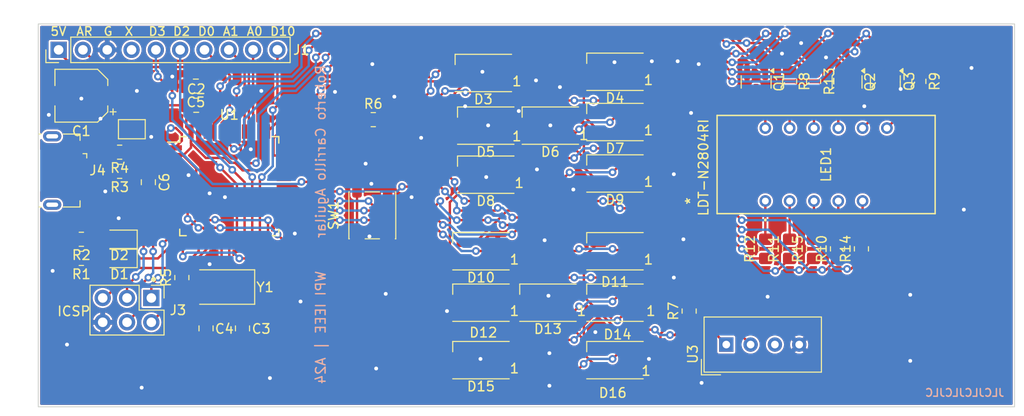
<source format=kicad_pcb>
(kicad_pcb (version 20240108) (generator "pcbnew") (generator_version "8.0")
  (layers (0 "F.Cu" signal) (31 "B.Cu" signal) (34 "B.Paste" user) (35 "F.Paste" user) (36 "B.SilkS" user "B.Silkscreen") (37 "F.SilkS" user "F.Silkscreen") (38 "B.Mask" user) (39 "F.Mask" user) (44 "Edge.Cuts" user))
  (net 0 "")
  (net 1 "+5V")
  (net 2 "GND")
  (net 3 "Net-(U1-XTAL1)")
  (net 4 "Net-(U1-XTAL2)")
  (net 5 "Net-(U1-UCAP)")
  (net 6 "/TXLED")
  (net 7 "/RXLED")
  (net 8 "/MISO")
  (net 9 "/SCK")
  (net 10 "/MOSI")
  (net 11 "/RESET")
  (net 12 "Net-(J4-VBUS)")
  (net 13 "/U_D-")
  (net 14 "/U_D+")
  (net 17 "/D+")
  (net 18 "/D-")
  (net 19 "/LED_DIN")
  (net 20 "/AREF")
  (net 21 "/A0")
  (net 22 "/A1")
  (net 23 "/A2")
  (net 24 "/A3")
  (net 25 "/A4")
  (net 26 "/A5")
  (net 27 "Net-(D1-A)")
  (net 28 "/D13")
  (net 29 "/D0")
  (net 30 "/D1")
  (net 31 "/D4")
  (net 32 "/D11")
  (net 33 "Net-(D2-A)")
  (net 34 "/D8")
  (net 35 "/D9")
  (net 36 "/D10")
  (net 37 "Net-(D3-DIN)")
  (net 38 "Net-(D3-DOUT)")
  (net 39 "Net-(D4-DOUT)")
  (net 40 "Net-(D5-DOUT)")
  (net 41 "Net-(D6-DOUT)")
  (net 42 "Net-(D7-DOUT)")
  (net 43 "Net-(D8-DOUT)")
  (net 44 "/D9_DOUT")
  (net 45 "Net-(D10-DOUT)")
  (net 46 "Net-(D11-DOUT)")
  (net 47 "Net-(D12-DOUT)")
  (net 48 "Net-(D13-DOUT)")
  (net 49 "Net-(D14-DOUT)")
  (net 50 "Net-(D15-DOUT)")
  (net 57 "/D12")
  (net 58 "/D7")
  (net 59 "/D6")
  (net 61 "Net-(Q1-D)")
  (net 62 "Net-(Q2-D)")
  (net 63 "Net-(Q3-D)")
  (net 64 "Net-(LED1-Pad11)")
  (net 65 "Net-(LED1-Pad7)")
  (net 66 "Net-(LED1-Pad4)")
  (net 67 "Net-(LED1-Pad2)")
  (net 68 "Net-(LED1-Pad1)")
  (net 69 "Net-(LED1-Pad10)")
  (net 70 "Net-(LED1-Pad5)")
  (net 71 "Net-(LED1-Pad3)")
  (net 73 "/D2{slash}SDA")
  (net 74 "/D3{slash}SCL")
  (footprint "Resistor_SMD:R_0805_2012Metric_Pad1.20x1.40mm_HandSolder" (layer "F.Cu") (at 129.006 131.292 -90)
    (property "Reference" "R13")
    (property "Value" "150")
  )
  (footprint "LED_SMD:LED_SK6812MINI_PLCC4_3.5x3.5mm_P1.75mm" (layer "F.Cu") (at 108.256 130.292 180)
    (property "Reference" "D4")
    (property "Value" "SK6812MINI")
  )
  (footprint "Resistor_SMD:R_0805_2012Metric_Pad1.20x1.40mm_HandSolder" (layer "F.Cu") (at 52.506 147.792 180)
    (property "Reference" "R2")
    (property "Value" "100")
  )
  (footprint "Resistor_SMD:R_0805_2012Metric_Pad1.20x1.40mm_HandSolder" (layer "F.Cu") (at 56.506 140.692 180)
    (property "Reference" "R3")
    (property "Value" "22")
  )
  (footprint "Button_Switch_SMD:SW_SPST_PTS647_Sx38" (layer "F.Cu") (at 82.906 145.292 90)
    (property "Reference" "SW1")
    (property "Value" "~")
  )
  (footprint "Resistor_SMD:R_0805_2012Metric_Pad1.20x1.40mm_HandSolder" (layer "F.Cu") (at 126.506 131.292 -90)
    (property "Reference" "R8")
    (property "Value" "150")
  )
  (footprint "LED_SMD:LED_SK6812MINI_PLCC4_3.5x3.5mm_P1.75mm" (layer "F.Cu") (at 94.256 154.417 180)
    (property "Reference" "D12")
    (property "Value" "SK6812MINI")
  )
  (footprint "Capacitor_SMD:C_0805_2012Metric_Pad1.18x1.45mm_HandSolder" (layer "F.Cu") (at 69.342 157.099 -90)
    (property "Reference" "C3")
    (property "Value" "22pF")
  )
  (footprint "Connector_PinHeader_2.54mm:PinHeader_2x03_P2.54mm_Vertical" (layer "F.Cu") (at 59.817 153.924 -90)
    (property "Reference" "J3")
    (property "Value" "ICSP")
  )
  (footprint "LED_SMD:LED_SK6812MINI_PLCC4_3.5x3.5mm_P1.75mm" (layer "F.Cu") (at 108.256 140.917 180)
    (property "Reference" "D9")
    (property "Value" "SK6812MINI")
  )
  (footprint "LED_SMD:LED_SK6812MINI_PLCC4_3.5x3.5mm_P1.75mm" (layer "F.Cu") (at 108.256 160.417 180)
    (property "Reference" "D16")
    (property "Value" "SK6812MINI")
  )
  (footprint "LED_SMD:LED_SK6812MINI_PLCC4_3.5x3.5mm_P1.75mm" (layer "F.Cu") (at 94.256 149.042 180)
    (property "Reference" "D10")
    (property "Value" "SK6812MINI")
  )
  (footprint "Crystal:Crystal_SMD_5032-2Pin_5.0x3.2mm" (layer "F.Cu") (at 67.564 152.781 180)
    (property "Reference" "Y1")
    (property "Value" "16MHz")
  )
  (footprint "LED_SMD:LED_SK6812MINI_PLCC4_3.5x3.5mm_P1.75mm" (layer "F.Cu") (at 94.256 160.417 180)
    (property "Reference" "D15")
    (property "Value" "SK6812MINI")
  )
  (footprint "Package_TO_SOT_SMD:SOT-23" (layer "F.Cu") (at 132.506 131.3545 -90)
    (property "Reference" "Q2")
    (property "Value" "T2N7002AK")
  )
  (footprint "Resistor_SMD:R_0805_2012Metric_Pad1.20x1.40mm_HandSolder" (layer "F.Cu") (at 116.006 155.292 90)
    (property "Reference" "R7")
    (property "Value" "5k")
  )
  (footprint "Resistor_SMD:R_0805_2012Metric_Pad1.20x1.40mm_HandSolder" (layer "F.Cu") (at 134.006 148.792 90)
    (property "Reference" "R14")
    (property "Value" "150")
  )
  (footprint "Capacitor_SMD:C_0805_2012Metric_Pad1.18x1.45mm_HandSolder" (layer "F.Cu") (at 59.506 141.8295 -90)
    (property "Reference" "C6")
    (property "Value" "1uF")
  )
  (footprint "LED_SMD:LED_SK6812MINI_PLCC4_3.5x3.5mm_P1.75mm" (layer "F.Cu") (at 101.256 154.417 180)
    (property "Reference" "D13")
    (property "Value" "SK6812MINI")
  )
  (footprint "Connector_PinHeader_2.54mm:PinHeader_1x10_P2.54mm_Vertical" (layer "F.Cu") (at 50.13 128 90)
    (property "Reference" "J1")
    (property "Value" "Conn_01x10")
  )
  (footprint "LOGO" (layer "F.Cu") (at 141.006 160.792)
    (property "Reference" "G***" (hide yes))
    (property "Value" "LOGO" (hide yes))
  )
  (footprint "Sensor:Aosong_DHT11_5.5x12.0_P2.54mm" (layer "F.Cu") (at 119.886 158.792 90)
    (property "Reference" "U3")
    (property "Value" "DHT11")
  )
  (footprint "Capacitor_SMD:C_0805_2012Metric_Pad1.18x1.45mm_HandSolder" (layer "F.Cu") (at 64.506 133.792)
    (property "Reference" "C2")
    (property "Value" "1uF")
  )
  (footprint "Resistor_SMD:R_0805_2012Metric_Pad1.20x1.40mm_HandSolder" (layer "F.Cu") (at 124.006 148.792 90)
    (property "Reference" "R12")
    (property "Value" "150")
  )
  (footprint "Package_TO_SOT_SMD:SOT-23" (layer "F.Cu") (at 136.506 131.3545 -90)
    (property "Reference" "Q3")
    (property "Value" "T2N7002AK")
  )
  (footprint "Capacitor_SMD:C_0805_2012Metric_Pad1.18x1.45mm_HandSolder" (layer "F.Cu") (at 65.532 157.099 -90)
    (property "Reference" "C4")
    (property "Value" "22pF")
  )
  (footprint "Capacitor_SMD:C_0805_2012Metric_Pad1.18x1.45mm_HandSolder" (layer "F.Cu") (at 64.4685 131.792 180)
    (property "Reference" "C5")
    (property "Value" "0.1uF")
  )
  (footprint "footprints:LDT-N2804RI" (layer "F.Cu") (at 123.966 143.792 90)
    (property "Reference" "LED1")
    (property "Value" "LDT-N2804RI")
  )
  (footprint "Connector_USB:USB_Micro-B_GCT_USB3076-30-A" (layer "F.Cu") (at 50.659 140.607 -90)
    (property "Reference" "J4")
    (property "Value" "USB_B_Micro")
  )
  (footprint "LED_SMD:LED_SK6812MINI_PLCC4_3.5x3.5mm_P1.75mm" (layer "F.Cu") (at 108.256 135.542 180)
    (property "Reference" "D7")
    (property "Value" "SK6812MINI")
  )
  (footprint "LED_SMD:LED_0805_2012Metric_Pad1.15x1.40mm_HandSolder" (layer "F.Cu") (at 56.481 149.792 180)
    (property "Reference" "D1")
    (property "Value" "TX")
  )
  (footprint "Resistor_SMD:R_0805_2012Metric_Pad1.20x1.40mm_HandSolder" (layer "F.Cu") (at 63.006 151.792 90)
    (property "Reference" "R5")
    (property "Value" "10k")
  )
  (footprint "LED_SMD:LED_SK6812MINI_PLCC4_3.5x3.5mm_P1.75mm" (layer "F.Cu") (at 94.506 130.417 180)
    (property "Reference" "D3")
    (property "Value" "SK6812MINI")
  )
  (footprint "LED_SMD:LED_0805_2012Metric_Pad1.15x1.40mm_HandSolder" (layer "F.Cu") (at 56.481 147.792 180)
    (property "Reference" "D2")
    (property "Value" "RX")
  )
  (footprint "Resistor_SMD:R_0805_2012Metric_Pad1.20x1.40mm_HandSolder" (layer "F.Cu") (at 129.006 148.792 90)
    (property "Reference" "R15")
    (property "Value" "150")
  )
  (footprint "LED_SMD:LED_SK6812MINI_PLCC4_3.5x3.5mm_P1.75mm" (layer "F.Cu") (at 94.756 135.917 180)
    (property "Reference" "D5")
    (property "Value" "SK6812MINI")
  )
  (footprint "Resistor_SMD:R_0805_2012Metric_Pad1.20x1.40mm_HandSolder" (layer "F.Cu") (at 131.506 148.792 90)
    (property "Reference" "R10")
    (property "Value" "150")
  )
  (footprint "LED_SMD:LED_SK6812MINI_PLCC4_3.5x3.5mm_P1.75mm" (layer "F.Cu") (at 94.756 141.042 180)
    (property "Reference" "D8")
    (property "Value" "SK6812MINI")
  )
  (footprint "Resistor_SMD:R_0805_2012Metric_Pad1.20x1.40mm_HandSolder" (layer "F.Cu") (at 83.006 135.292)
    (property "Reference" "R6")
    (property "Value" "470")
  )
  (footprint "Resistor_SMD:R_0805_2012Metric_Pad1.20x1.40mm_HandSolder" (layer "F.Cu") (at 56.506 138.692 180)
    (property "Reference" "R4")
    (property "Value" "22")
  )
  (footprint "Resistor_SMD:R_0805_2012Metric_Pad1.20x1.40mm_HandSolder" (layer "F.Cu") (at 140.006 131.292 -90)
    (property "Reference" "R9")
    (property "Value" "150")
  )
  (footprint "Resistor_SMD:R_0805_2012Metric_Pad1.20x1.40mm_HandSolder" (layer "F.Cu") (at 52.506 149.792 180)
    (property "Reference" "R1")
    (property "Value" "100")
  )
  (footprint "Resistor_SMD:R_0805_2012Metric_Pad1.20x1.40mm_HandSolder" (layer "F.Cu") (at 126.506 148.792 90)
    (property "Reference" "R11")
    (property "Value" "150")
  )
  (footprint "LED_SMD:LED_SK6812MINI_PLCC4_3.5x3.5mm_P1.75mm" (layer "F.Cu") (at 108.256 154.417 180)
    (property "Reference" "D14")
    (property "Value" "SK6812MINI")
  )
  (footprint "LED_SMD:LED_SK6812MINI_PLCC4_3.5x3.5mm_P1.75mm" (layer "F.Cu") (at 108.256 149.042 180)
    (property "Reference" "D11")
    (property "Value" "SK6812MINI")
  )
  (footprint "Capacitor_SMD:CP_Elec_5x5.3" (layer "F.Cu") (at 52.506 132.792 180)
    (property "Reference" "C1")
    (property "Value" "100uF")
  )
  (footprint "Package_TO_SOT_SMD:SOT-23" (layer "F.Cu") (at 123.006 131.3545 -90)
    (property "Reference" "Q1")
    (property "Value" "T2N7002AK")
  )
  (footprint "Jumper:SolderJumper-2_P1.3mm_Open_TrianglePad1.0x1.5mm" (layer "F.Cu") (at 57.781 136.292)
    (property "Reference" "JP1" (hide yes))
    (property "Value" "Jumper_2_Open")
  )
  (footprint "Package_QFP:TQFP-44_10x10mm_P0.8mm" (layer "F.Cu") (at 67.96 142.24)
    (property "Reference" "U1")
    (property "Value" "ATmega32U4-A")
  )
  (footprint "LED_SMD:LED_SK6812MINI_PLCC4_3.5x3.5mm_P1.75mm" (layer "F.Cu") (at 101.506 135.917 180)
    (property "Reference" "D6")
    (property "Value" "SK6812MINI")
  )
  (gr_rect (start 48.006 125.292) (end 150.006 165.292) (stroke (width 0.1)) (fill none) (layer "Edge.Cuts"))
  (gr_text "WPI IEEE | A24" (at 78.1 151 90) (layer "B.SilkS") (effects (font (size 1 1)) (justify left bottom mirror)))
  (gr_text "Roberto Carrillo Aguilar" (at 78.1 129.5 90) (layer "B.SilkS") (effects (font (size 1 1) (thickness 0.15) (bold yes)) (justify left bottom mirror)))
  (gr_text "JLCJLCJLCJLC" (at 149.006 164.292 0) (layer "B.SilkS") (effects (font (size 0.8 0.8) (thickness 0.15) (bold yes)) (justify left bottom mirror)))
  (gr_text "." (at 59.45 152.25 0) (layer "F.SilkS") (effects (font (size 1.5 1.5) (thickness 0.375) (bold yes)) (justify left bottom)))
  (gr_text "D10" (at 72.15 126.6 0) (layer "F.SilkS") (effects (font (size 0.9 0.9)) (justify left bottom)))
  (gr_text "ICSP" (at 49.9 155.9 0) (layer "F.SilkS") (effects (font (size 1 1)) (justify left bottom)))
  (gr_text "D2" (at 62 126.6 0) (layer "F.SilkS") (effects (font (size 0.9 0.9)) (justify left bottom)))
  (gr_text "D0" (at 64.6 126.6 0) (layer "F.SilkS") (effects (font (size 0.9 0.9)) (justify left bottom)))
  (gr_text "X" (at 56.95 126.6 0) (layer "F.SilkS") (effects (font (size 0.9 0.9)) (justify left bottom)))
  (gr_text "AR" (at 51.9 126.6 0) (layer "F.SilkS") (effects (font (size 0.9 0.9)) (justify left bottom)))
  (gr_text "5V" (at 49.2 126.6 0) (layer "F.SilkS") (effects (font (size 0.9 0.9)) (justify left bottom)))
  (gr_text "A0" (at 69.7 126.6 0) (layer "F.SilkS") (effects (font (size 0.9 0.9)) (justify left bottom)))
  (gr_text "G" (at 54.75 126.6 0) (layer "F.SilkS") (effects (font (size 0.9 0.9)) (justify left bottom)))
  (gr_text "D3" (at 59.45 126.6 0) (layer "F.SilkS") (effects (font (size 0.9 0.9)) (justify left bottom)))
  (gr_text "A1" (at 67.2 126.6 0) (layer "F.SilkS") (effects (font (size 0.9 0.9)) (justify left bottom)))
  (segment (start 105.006 158.292) (end 105.006 159.792) (width 0.25) (layer "F.Cu") (net 1))
  (segment (start 105.006 159.792) (end 106.506 161.292) (width 0.25) (layer "F.Cu") (net 1))
  (segment (start 73.806 148.092) (end 75.406 148.092) (width 0.25) (layer "F.Cu") (net 1))
  (segment (start 100.006 138.292) (end 100.631 137.667) (width 0.25) (layer "F.Cu") (net 1))
  (segment (start 73.006 147.292) (end 73.806 148.092) (width 0.25) (layer "F.Cu") (net 1))
  (segment (start 70.034695 140.592) (end 70.059695 140.567) (width 0.25) (layer "F.Cu") (net 1))
  (segment (start 64.031 150.403396) (end 64.031 151.767) (width 0.25) (layer "F.Cu") (net 1))
  (segment (start 99.506 155.292) (end 101.506 157.292) (width 0.25) (layer "F.Cu") (net 1))
  (segment (start 60.006 144.292) (end 61.258 143.04) (width 0.25) (layer "F.Cu") (net 1))
  (segment (start 105.006 156.792) (end 105.006 158.292) (width 0.25) (layer "F.Cu") (net 1))
  (segment (start 92.756 131.292) (end 77.208 131.292) (width 0.25) (layer "F.Cu") (net 1))
  (segment (start 63.96 136.54) (end 63.96 137.746) (width 0.25) (layer "F.Cu") (net 1))
  (segment (start 106.506 141.792) (end 105.006 140.292) (width 0.25) (layer "F.Cu") (net 1))
  (segment (start 50.13 128) (end 50.13 128.216) (width 0.25) (layer "F.Cu") (net 1))
  (segment (start 64.506 140.411) (end 63.135 139.04) (width 0.25) (layer "F.Cu") (net 1))
  (segment (start 106.506 155.292) (end 105.006 156.792) (width 0.25) (layer "F.Cu") (net 1))
  (segment (start 91.006 156.792) (end 91.006 159.792) (width 0.25) (layer "F.Cu") (net 1))
  (segment (start 63.4685 136.0485) (end 63.96 136.54) (width 0.25) (layer "F.Cu") (net 1))
  (segment (start 92.506 155.292) (end 94.006 156.792) (width 0.25) (layer "F.Cu") (net 1))
  (segment (start 116.006 156.292) (end 117.386 156.292) (width 0.25) (layer "F.Cu") (net 1))
  (segment (start 91.006 148.417) (end 91.006 143.917) (width 0.25) (layer "F.Cu") (net 1))
  (segment (start 94.506 138.292) (end 100.006 138.292) (width 0.25) (layer "F.Cu") (net 1))
  (segment (start 99.756 136.792) (end 100.631 137.667) (width 0.25) (layer "F.Cu") (net 1))
  (segment (start 63.135 143.04) (end 63.61 143.515) (width 0.25) (layer "F.Cu") (net 1))
  (segment (start 106.506 131.167) (end 105.006 132.667) (width 0.25) (layer "F.Cu") (net 1))
  (segment (start 63.258 143.04) (end 64.506 141.792) (width 0.25) (layer "F.Cu") (net 1))
  (segment (start 91.006 159.792) (end 92.506 161.292) (width 0.25) (layer "F.Cu") (net 1))
  (segment (start 93.006 141.917) (end 91.506 140.417) (width 0.25) (layer "F.Cu") (net 1))
  (segment (start 92.506 149.917) (end 91.006 151.417) (width 0.25) (layer "F.Cu") (net 1))
  (segment (start 61.006 133.792) (end 63.4685 133.792) (width 0.25) (layer "F.Cu") (net 1))
  (segment (start 114.506 157.792) (end 114.006 157.792) (width 0.25) (layer "F.Cu") (net 1))
  (segment (start 64.506 141.792) (end 64.506 140.411) (width 0.25) (layer "F.Cu") (net 1))
  (segment (start 116.006 156.292) (end 114.506 157.792) (width 0.25) (layer "F.Cu") (net 1))
  (segment (start 71.106 140.592) (end 71.96 139.738) (width 0.25) (layer "F.Cu") (net 1))
  (segment (start 54.706 132.792) (end 56.206 132.792) (width 0.25) (layer "F.Cu") (net 1))
  (segment (start 51.506 149.792) (end 51.506 147.792) (width 0.25) (layer "F.Cu") (net 1))
  (segment (start 91.006 151.417) (end 91.006 153.792) (width 0.25) (layer "F.Cu") (net 1))
  (segment (start 77.208 131.292) (end 71.96 136.54) (width 0.25) (layer "F.Cu") (net 1))
  (segment (start 63.96 137.746) (end 65.506 139.292) (width 0.25) (layer "F.Cu") (net 1))
  (segment (start 67.006 146.589998) (end 65.910002 146.589998) (width 0.25) (layer "F.Cu") (net 1))
  (segment (start 75.906 147.592) (end 75.906 146.492) (width 0.25) (layer "F.Cu") (net 1))
  (segment (start 105.006 137.917) (end 106.506 136.417) (width 0.25) (layer "F.Cu") (net 1))
  (segment (start 92.506 149.917) (end 91.006 148.417) (width 0.25) (layer "F.Cu") (net 1))
  (segment (start 63.61 143.515) (end 63.61 145.662695) (width 0.25) (layer "F.Cu") (net 1))
  (segment (start 93.006 136.792) (end 94.506 138.292) (width 0.25) (layer "F.Cu") (net 1))
  (segment (start 63.96 138.215) (end 63.96 136.54) (width 0.25) (layer "F.Cu") (net 1))
  (segment (start 108.447287 157.233287) (end 106.506 155.292) (width 0.25) (layer "F.Cu") (net 1))
  (segment (start 71.96 139.738) (end 71.96 136.54) (width 0.25) (layer "F.Cu") (net 1))
  (segment (start 93.006 136.792) (end 91.506 135.292) (width 0.25) (layer "F.Cu") (net 1))
  (segment (start 92.506 155.292) (end 91.006 156.792) (width 0.25) (layer "F.Cu") (net 1))
  (segment (start 106.506 149.917) (end 105.006 151.417) (width 0.25) (layer "F.Cu") (net 1))
  (segment (start 105.006 151.417) (end 105.006 153.792) (width 0.25) (layer "F.Cu") (net 1))
  (segment (start 63.4685 133.792) (end 63.4685 136.0485) (width 0.25) (layer "F.Cu") (net 1))
  (segment (start 65.506 139.292) (end 67.506 139.292) (width 0.25) (layer "F.Cu") (net 1))
  (segment (start 65.21 146.59) (end 65.56 146.94) (width 0.25) (layer "F.Cu") (net 1))
  (segment (start 75.906 146.492) (end 74.854 145.44) (width 0.25) (layer "F.Cu") (net 1))
  (segment (start 104.006 157.292) (end 105.006 158.292) (width 0.25) (layer "F.Cu") (net 1))
  (segment (start 68.568958 139.804347) (end 69.356611 140.592) (width 0.25) (layer "F.Cu") (net 1))
  (segment (start 91.506 138.292) (end 93.006 136.792) (width 0.25) (layer "F.Cu") (net 1))
  (segment (start 117.386 156.292) (end 119.886 158.792) (width 0.25) (layer "F.Cu") (net 1))
  (segment (start 58.506 136.292) (end 61.006 133.792) (width 0.25) (layer "F.Cu") (net 1))
  (segment (start 74.854 145.44) (end 73.66 145.44) (width 0.25) (layer "F.Cu") (net 1))
  (segment (start 69.356611 140.592) (end 70.034695 140.592) (width 0.25) (layer "F.Cu") (net 1))
  (segment (start 68.018347 139.804347) (end 68.568958 139.804347) (width 0.25) (layer "F.Cu") (net 1))
  (segment (start 105.006 153.792) (end 106.506 155.292) (width 0.25) (layer "F.Cu") (net 1))
  (segment (start 101.256 138.292) (end 104.006 138.292) (width 0.25) (layer "F.Cu") (net 1))
  (segment (start 112.428726 157.233287) (end 108.447287 157.233287) (width 0.25) (layer "F.Cu") (net 1))
  (segment (start 101.506 157.292) (end 104.006 157.292) (width 0.25) (layer "F.Cu") (net 1))
  (segment (start 104.006 138.292) (end 105.006 139.292) (width 0.25) (layer "F.Cu") (net 1))
  (segment (start 91.006 143.917) (end 93.006 141.917) (width 0.25) (layer "F.Cu") (net 1))
  (segment (start 64.031 151.767) (end 63.006 152.792) (width 0.25) (layer "F.Cu") (net 1))
  (segment (start 100.631 137.667) (end 101.256 138.292) (width 0.25) (layer "F.Cu") (net 1))
  (segment (start 51.506 147.792) (end 55.006 144.292) (width 0.25) (layer "F.Cu") (net 1))
  (segment (start 105.006 140.292) (end 105.006 139.292) (width 0.25) (layer "F.Cu") (net 1))
  (segment (start 98.006 156.792) (end 99.506 155.292) (width 0.25) (layer "F.Cu") (net 1))
  (segment (start 58.506 135.092) (end 58.506 136.292) (width 0.25) (layer "F.Cu") (net 1))
  (segment (start 65.56 146.94) (end 65.56 147.94) (width 0.25) (layer "F.Cu") (net 1))
  (segment (start 65.910002 146.589998) (end 65.56 146.94) (width 0.25) (layer "F.Cu") (net 1))
  (segment (start 62.26 143.04) (end 63.135 143.04) (width 0.25) (layer "F.Cu") (net 1))
  (segment (start 62.26 143.04) (end 63.258 143.04) (width 0.25) (layer "F.Cu") (net 1))
  (segment (start 67.506 139.292) (end 68.018347 139.804347) (width 0.25) (layer "F.Cu") (net 1))
  (segment (start 65.56 147.94) (end 65.56 148.874396) (width 0.25) (layer "F.Cu") (net 1))
  (segment (start 50.13 128.216) (end 54.706 132.792) (width 0.25) (layer "F.Cu") (net 1))
  (segment (start 70.660305 140.567) (end 70.685305 140.592) (width 0.25) (layer "F.Cu") (net 1))
  (segment (start 63.135 139.04) (end 63.96 138.215) (width 0.25) (layer "F.Cu") (net 1))
  (segment (start 55.006 144.292) (end 60.006 144.292) (width 0.25) (layer "F.Cu") (net 1))
  (segment (start 91.506 140.417) (end 91.506 138.292) (width 0.25) (layer "F.Cu") (net 1))
  (segment (start 59.817 156.464) (end 63.006 153.275) (width 0.25) (layer "F.Cu") (net 1))
  (segment (start 105.006 132.667) (end 105.006 134.917) (width 0.25) (layer "F.Cu") (net 1))
  (segment (start 64.733305 146.59) (end 65.21 146.59) (width 0.25) (layer "F.Cu") (net 1))
  (segment (start 94.006 156.792) (end 98.006 156.792) (width 0.25) (layer "F.Cu") (net 1))
  (segment (start 62.26 139.04) (end 63.135 139.04) (width 0.25) (layer "F.Cu") (net 1))
  (segment (start 91.506 135.292) (end 91.506 132.542) (width 0.25) (layer "F.Cu") (net 1))
  (segment (start 91.006 153.792) (end 92.506 155.292) (width 0.25) (layer "F.Cu") (net 1))
  (segment (start 65.56 148.874396) (end 64.031 150.403396) (width 0.25) (layer "F.Cu") (net 1))
  (segment (start 61.258 143.04) (end 62.26 143.04) (width 0.25) (layer "F.Cu") (net 1))
  (segment (start 63.006 153.275) (end 63.006 152.792) (width 0.25) (layer "F.Cu") (net 1))
  (segment (start 56.206 132.792) (end 58.506 135.092) (width 0.25) (layer "F.Cu") (net 1))
  (segment (start 105.006 139.292) (end 105.006 137.917) (width 0.25) (layer "F.Cu") (net 1))
  (segment (start 91.506 132.542) (end 92.756 131.292) (width 0.25) (layer "F.Cu") (net 1))
  (segment (start 75.406 148.092) (end 75.906 147.592) (width 0.25) (layer "F.Cu") (net 1))
  (segment (start 105.006 134.917) (end 106.506 136.417) (width 0.25) (layer "F.Cu") (net 1))
  (segment (start 70.685305 140.592) (end 71.106 140.592) (width 0.25) (layer "F.Cu") (net 1))
  (segment (start 70.059695 140.567) (end 70.660305 140.567) (width 0.25) (layer "F.Cu") (net 1))
  (via (at 114.006 157.792) (size 0.8) (drill 0.4) (layers "F.Cu" "B.Cu") (net 1))
  (via (at 67.006 146.589998) (size 0.8) (drill 0.4) (layers "F.Cu" "B.Cu") (net 1))
  (via (at 63.61 145.662695) (size 0.8) (drill 0.4) (layers "F.Cu" "B.Cu") (net 1))
  (via (at 64.733305 146.59) (size 0.8) (drill 0.4) (layers "F.Cu" "B.Cu") (net 1))
  (via (at 112.428726 157.233287) (size 0.8) (drill 0.4) (layers "F.Cu" "B.Cu") (net 1))
  (via (at 73.006 147.292) (size 0.8) (drill 0.4) (layers "F.Cu" "B.Cu") (net 1))
  (segment (start 112.987439 157.792) (end 112.428726 157.233287) (width 0.25) (layer "B.Cu") (net 1))
  (segment (start 72.303998 146.589998) (end 73.006 147.292) (width 0.25) (layer "B.Cu") (net 1))
  (segment (start 114.006 157.792) (end 112.987439 157.792) (width 0.25) (layer "B.Cu") (net 1))
  (segment (start 67.006 146.589998) (end 72.303998 146.589998) (width 0.25) (layer "B.Cu") (net 1))
  (segment (start 63.806 145.662695) (end 64.733305 146.59) (width 0.25) (layer "B.Cu") (net 1))
  (segment (start 63.61 145.662695) (end 63.806 145.662695) (width 0.25) (layer "B.Cu") (net 1))
  (segment (start 63.506 131.792) (end 65.506 133.792) (width 0.25) (layer "F.Cu") (net 2))
  (segment (start 65.506 133.792) (end 65.5435 133.792) (width 0.25) (layer "F.Cu") (net 2))
  (segment (start 63.431 131.792) (end 63.506 131.792) (width 0.25) (layer "F.Cu") (net 2))
  (segment (start 65.5435 133.792) (end 64.76 134.5755) (width 0.25) (layer "F.Cu") (net 2))
  (segment (start 64.76 134.5755) (end 64.76 136.54) (width 0.25) (layer "F.Cu") (net 2))
  (via (at 106.206 157.492) (size 0.8) (drill 0.4) (layers "F.Cu" "B.Cu") (net 2))
  (via (at 114.806 129.192) (size 0.8) (drill 0.4) (layers "F.Cu" "B.Cu") (net 2))
  (via (at 85.206 132.892) (size 0.8) (drill 0.4) (layers "F.Cu" "B.Cu") (net 2))
  (via (at 139.106 160.492) (size 0.8) (drill 0.4) (layers "F.Cu" "B.Cu") (net 2))
  (via (at 94.806 141.292) (size 0.8) (drill 0.4) (layers "F.Cu" "B.Cu") (net 2))
  (via (at 124.206 153.792) (size 0.8) (drill 0.4) (layers "F.Cu" "B.Cu") (net 2))
  (via (at 117.306 162.792) (size 0.8) (drill 0.4) (layers "F.Cu" "B.Cu") (net 2))
  (via (at 87.006 143.392) (size 0.8) (drill 0.4) (layers "F.Cu" "B.Cu") (net 2))
  (via (at 92.606 133.892) (size 0.8) (drill 0.4) (layers "F.Cu" "B.Cu") (net 2))
  (via (at 82.606 147.492) (size 0.8) (drill 0.4) (layers "F.Cu" "B.Cu") (net 2))
  (via (at 139.106 153.592) (size 0.8) (drill 0.4) (layers "F.Cu" "B.Cu") (net 2))
  (via (at 70.206 138.392) (size 0.8) (drill 0.4) (layers "F.Cu" "B.Cu") (net 2))
  (via (at 94.406 130.292) (size 0.8) (drill 0.4) (layers "F.Cu" "B.Cu") (net 2))
  (via (at 101.406 159.692) (size 0.8) (drill 0.4) (layers "F.Cu" "B.Cu") (net 2))
  (via (at 95.006 135.892) (size 0.8) (drill 0.4) (layers "F.Cu" "B.Cu") (net 2))
  (via (at 74.806 147.192) (size 0.8) (drill 0.4) (layers "F.Cu" "B.Cu") (net 2))
  (via (at 75.406 154.292) (size 0.8) (drill 0.4) (layers "F.Cu" "B.Cu") (net 2))
  (via (at 103.906 142.592) (size 0.8) (drill 0.4) (layers "F.Cu" "B.Cu") (net 2))
  (via (at 101.306 153.692) (size 0.8) (drill 0.4) (layers "F.Cu" "B.Cu") (net 2))
  (via (at 100.006 131.192) (size 0.8) (drill 0.4) (layers "F.Cu" "B.Cu") (net 2))
  (via (at 130.306 128.792) (size 0.8) (drill 0.4) (layers "F.Cu" "B.Cu") (net 2))
  (via (at 116.206 134.592) (size 0.8) (drill 0.4) (layers "F.Cu" "B.Cu") (net 2))
  (via (at 100.906 147.892) (size 0.8) (drill 0.4) (layers "F.Cu" "B.Cu") (net 2))
  (via (at 88.006 137.192) (size 0.8) (drill 0.4) (layers "F.Cu" "B.Cu") (net 2))
  (via (at 101.406 163.092) (size 0.8) (drill 0.4) (layers "F.Cu" "B.Cu") (net 2))
  (via (at 55.006 142.792) (size 0.8) (drill 0.4) (layers "F.Cu" "B.Cu") (net 2))
  (via (at 101.506 135.892) (size 0.8) (drill 0.4) (layers "F.Cu" "B.Cu") (net 2))
  (via (at 112.106 129.192) (size 0.8) (drill 0.4) (layers "F.Cu" "B.Cu") (net 2))
  (via (at 111.806 160.292) (size 0.8) (drill 0.4) (layers "F.Cu" "B.Cu") (net 2))
  (via (at 82.206 139.892) (size 0.8) (drill 0.4) (layers "F.Cu" "B.Cu") (net 2))
  (via (at 58.806 163.292) (size 0.8) (drill 0.4) (layers "F.Cu" "B.Cu") (net 2))
  (via (at 83.306 161.292) (size 0.8) (drill 0.4) (layers "F.Cu" "B.Cu") (net 2))
  (via (at 98.206 134.392) (size 0.8) (drill 0.4) (layers "F.Cu" "B.Cu") (net 2))
  (via (at 59.806 137.092) (size 0.8) (drill 0.4) (layers "F.Cu" "B.Cu") (net 2))
  (via (at 65.906 142.992) (size 0.8) (drill 0.4) (layers "F.Cu" "B.Cu") (net 2))
  (via (at 84.306 153.492) (size 0.8) (drill 0.4) (layers "F.Cu" "B.Cu") (net 2))
  (via (at 108.206 129.292) (size 0.8) (drill 0.4) (layers "F.Cu" "B.Cu") (net 2))
  (via (at 72.206 162.292) (size 0.8) (drill 0.4) (layers "F.Cu" "B.Cu") (net 2))
  (via (at 56.406 145.592) (size 0.8) (drill 0.4) (layers "F.Cu" "B.Cu") (net 2))
  (via (at 51.006 158.792) (size 0.8) (drill 0.4) (layers "F.Cu" "B.Cu") (net 2))
  (via (at 90.706 155.292) (size 0.8) (drill 0.4) (layers "F.Cu" "B.Cu") (net 2))
  (via (at 117.006 129.492) (size 0.8) (drill 0.4) (layers "F.Cu" "B.Cu") (net 2))
  (via (at 67.506 143.392) (size 0.8) (drill 0.4) (layers "F.Cu" "B.Cu") (net 2))
  (via (at 62.006 130.792) (size 0.8) (drill 0.4) (layers "F.Cu" "B.Cu") (net 2))
  (via (at 127.706 127.292) (size 0.8) (drill 0.4) (layers "F.Cu" "B.Cu") (net 2))
  (via (at 82.906 129.492) (size 0.8) (drill 0.4) (layers "F.Cu" "B.Cu") (net 2))
  (via (at 114.406 140.992) (size 0.8) (drill 0.4) (layers "F.Cu" "B.Cu") (net 2))
  (via (at 114.406 151.792) (size 0.8) (drill 0.4) (layers "F.Cu" "B.Cu") (net 2))
  (via (at 71.306 132.292) (size 0.8) (drill 0.4) (layers "F.Cu" "B.Cu") (net 2))
  (via (at 49.106 134.792) (size 0.8) (drill 0.4) (layers "F.Cu" "B.Cu") (net 2))
  (via (at 79.006 132.392) (size 0.8) (drill 0.4) (layers "F.Cu" "B.Cu") (net 2))
  (via (at 102.506 131.892) (size 0.8) (drill 0.4) (layers "F.Cu" "B.Cu") (net 2))
  (via (at 145.506 129.892) (size 0.8) (drill 0.4) (layers "F.Cu" "B.Cu") (net 2))
  (via (at 54.506 135.192) (size 0.8) (drill 0.4) (layers "F.Cu" "B.Cu") (net 2))
  (via (at 49.506 151.092) (size 0.8) (drill 0.4) (layers "F.Cu" "B.Cu") (net 2))
  (via (at 52.506 133.092) (size 0.8) (drill 0.4) (layers "F.Cu" "B.Cu") (net 2))
  (via (at 94.206 160.292) (size 0.8) (drill 0.4) (layers "F.Cu" "B.Cu") (net 2))
  (via (at 63.706 141.092) (size 0.8) (drill 0.4) (layers "F.Cu" "B.Cu") (net 2))
  (via (at 115.406 147.792) (size 0.8) (drill 0.4) (layers "F.Cu" "B.Cu") (net 2))
  (via (at 65.906 150.392) (size 0.8) (drill 0.4) (layers "F.Cu" "B.Cu") (net 2))
  (via (at 58.306 132.292) (size 0.8) (drill 0.4) (layers "F.Cu" "B.Cu") (net 2))
  (via (at 82.806 141.992) (size 0.8) (drill 0.4) (layers "F.Cu" "B.Cu") (net 2))
  (via (at 144.706 144.692) (size 0.8) (drill 0.4) (layers "F.Cu" "B.Cu") (net 2))
  (via (at 125.706 128.392) (size 0.8) (drill 0.4) (layers "F.Cu" "B.Cu") (net 2))
  (via (at 138.106 132.092) (size 0.8) (drill 0.4) (layers "F.Cu" "B.Cu") (net 2))
  (via (at 134.306 133.892) (size 0.8) (drill 0.4) (layers "F.Cu" "B.Cu") (net 2))
  (via (at 100.106 140.492) (size 0.8) (drill 0.4) (layers "F.Cu" "B.Cu") (net 2))
  (segment (start 69.414 155.9895) (end 69.342 156.0615) (width 0.25) (layer "F.Cu") (net 3))
  (segment (start 67.96 151.327) (end 69.414 152.781) (width 0.25) (layer "F.Cu") (net 3))
  (segment (start 67.96 147.94) (end 67.96 151.327) (width 0.25) (layer "F.Cu") (net 3))
  (segment (start 69.414 152.781) (end 69.414 155.9895) (width 0.25) (layer "F.Cu") (net 3))
  (segment (start 65.714 152.781) (end 65.714 155.8795) (width 0.25) (layer "F.Cu") (net 4))
  (segment (start 65.714 155.8795) (end 65.532 156.0615) (width 0.25) (layer "F.Cu") (net 4))
  (segment (start 67.16 147.94) (end 67.16 151.335) (width 0.25) (layer "F.Cu") (net 4))
  (segment (start 67.16 151.335) (end 65.714 152.781) (width 0.25) (layer "F.Cu") (net 4))
  (segment (start 60.954 142.24) (end 62.26 142.24) (width 0.25) (layer "F.Cu") (net 5))
  (segment (start 59.506 140.792) (end 60.954 142.24) (width 0.25) (layer "F.Cu") (net 5))
  (segment (start 60.506 149.792) (end 57.506 149.792) (width 0.25) (layer "F.Cu") (net 6))
  (segment (start 66.425641 145.792) (end 64.506 145.792) (width 0.25) (layer "F.Cu") (net 6))
  (segment (start 72.006 147.894) (end 71.96 147.94) (width 0.25) (layer "F.Cu") (net 6))
  (segment (start 72.006 145.792) (end 72.006 147.894) (width 0.25) (layer "F.Cu") (net 6))
  (segment (start 64.506 145.792) (end 60.506 149.792) (width 0.25) (layer "F.Cu") (net 6))
  (segment (start 66.475045 145.742596) (end 66.425641 145.792) (width 0.25) (layer "F.Cu") (net 6))
  (via (at 66.475045 145.742596) (size 0.8) (drill 0.4) (layers "F.Cu" "B.Cu") (net 6))
  (via (at 72.006 145.792) (size 0.8) (drill 0.4) (layers "F.Cu" "B.Cu") (net 6))
  (segment (start 66.524449 145.792) (end 72.006 145.792) (width 0.25) (layer "B.Cu") (net 6))
  (segment (start 66.475045 145.742596) (end 66.524449 145.792) (width 0.25) (layer "B.Cu") (net 6))
  (segment (start 61.458 143.84) (end 62.26 143.84) (width 0.25) (layer "F.Cu") (net 7))
  (segment (start 62.308 143.792) (end 62.506 143.792) (width 0.25) (layer "F.Cu") (net 7))
  (segment (start 57.506 147.792) (end 61.458 143.84) (width 0.25) (layer "F.Cu") (net 7))
  (segment (start 62.26 143.84) (end 62.308 143.792) (width 0.25) (layer "F.Cu") (net 7))
  (segment (start 60.993347 148.279347) (end 62.26 147.012694) (width 0.25) (layer "F.Cu") (net 8))
  (segment (start 62.26 147.012694) (end 62.26 146.24) (width 0.25) (layer "F.Cu") (net 8))
  (segment (start 59.817 152.506306) (end 60.518653 151.804653) (width 0.25) (layer "F.Cu") (net 8))
  (segment (start 59.817 153.924) (end 59.817 152.506306) (width 0.25) (layer "F.Cu") (net 8))
  (via (at 60.993347 148.279347) (size 0.8) (drill 0.4) (layers "F.Cu" "B.Cu") (net 8))
  (via (at 60.518653 151.804653) (size 0.8) (drill 0.4) (layers "F.Cu" "B.Cu") (net 8))
  (segment (start 60.993347 151.329959) (end 60.993347 148.279347) (width 0.25) (layer "B.Cu") (net 8))
  (segment (start 60.518653 151.804653) (end 60.993347 151.329959) (width 0.25) (layer "B.Cu") (net 8))
  (segment (start 59.006 149.067) (end 59.006 147.019) (width 0.25) (layer "F.Cu") (net 9))
  (segment (start 61.385 144.64) (end 62.26 144.64) (width 0.25) (layer "F.Cu") (net 9))
  (segment (start 59.006 147.019) (end 61.385 144.64) (width 0.25) (layer "F.Cu") (net 9))
  (segment (start 57.277 152.641406) (end 58.189903 151.728503) (width 0.25) (layer "F.Cu") (net 9))
  (segment (start 57.277 153.924) (end 57.277 152.641406) (width 0.25) (layer "F.Cu") (net 9))
  (via (at 58.189903 151.728503) (size 0.8) (drill 0.4) (layers "F.Cu" "B.Cu") (net 9))
  (via (at 59.006 149.067) (size 0.8) (drill 0.4) (layers "F.Cu" "B.Cu") (net 9))
  (segment (start 58.189903 151.728503) (end 59.006 150.912406) (width 0.25) (layer "B.Cu") (net 9))
  (segment (start 59.006 150.912406) (end 59.006 149.067) (width 0.25) (layer "B.Cu") (net 9))
  (segment (start 61.26 145.44) (end 62.26 145.44) (width 0.25) (layer "F.Cu") (net 10))
  (segment (start 58.642 152.656) (end 59.506 151.792) (width 0.25) (layer "F.Cu") (net 10))
  (segment (start 60.006003 149.067) (end 60.006003 146.693997) (width 0.25) (layer "F.Cu") (net 10))
  (segment (start 60.006003 146.693997) (end 61.26 145.44) (width 0.25) (layer "F.Cu") (net 10))
  (segment (start 58.642 155.099) (end 58.642 152.656) (width 0.25) (layer "F.Cu") (net 10))
  (segment (start 57.277 156.464) (end 58.642 155.099) (width 0.25) (layer "F.Cu") (net 10))
  (via (at 59.506 151.792) (size 0.8) (drill 0.4) (layers "F.Cu" "B.Cu") (net 10))
  (via (at 60.006003 149.067) (size 0.8) (drill 0.4) (layers "F.Cu" "B.Cu") (net 10))
  (segment (start 60.006003 151.291997) (end 60.006003 149.067) (width 0.25) (layer "B.Cu") (net 10))
  (segment (start 59.506 151.792) (end 60.006003 151.291997) (width 0.25) (layer "B.Cu") (net 10))
  (segment (start 54.737 153.924) (end 54.9691 153.924) (width 0.25) (layer "F.Cu") (net 11))
  (segment (start 64.76 149.038) (end 64.76 147.94) (width 0.25) (layer "F.Cu") (net 11))
  (segment (start 58.1011 150.792) (end 63.006 150.792) (width 0.25) (layer "F.Cu") (net 11))
  (segment (start 63.006 150.792) (end 64.76 149.038) (width 0.25) (layer "F.Cu") (net 11))
  (segment (start 54.9691 153.924) (end 58.1011 150.792) (width 0.25) (layer "F.Cu") (net 11))
  (segment (start 55.624 136.292) (end 52.609 139.307) (width 0.25) (layer "F.Cu") (net 12))
  (segment (start 52.609 139.307) (end 52.109 139.307) (width 0.25) (layer "F.Cu") (net 12))
  (segment (start 57.056 136.292) (end 55.624 136.292) (width 0.25) (layer "F.Cu") (net 12))
  (segment (start 52.109 139.957) (end 54.241 139.957) (width 0.2) (layer "F.Cu") (net 13))
  (segment (start 54.241 139.957) (end 55.506 138.692) (width 0.2) (layer "F.Cu") (net 13))
  (segment (start 55.506 140.692) (end 52.194 140.692) (width 0.2) (layer "F.Cu") (net 14))
  (segment (start 55.421 140.607) (end 55.506 140.692) (width 0.2) (layer "F.Cu") (net 14))
  (segment (start 52.194 140.692) (end 52.109 140.607) (width 0.2) (layer "F.Cu") (net 14))
  (segment (start 61.435 140.64) (end 60.587 139.792) (width 0.2) (layer "F.Cu") (net 17))
  (segment (start 58.406 139.792) (end 57.506 140.692) (width 0.2) (layer "F.Cu") (net 17))
  (segment (start 60.587 139.792) (end 58.406 139.792) (width 0.2) (layer "F.Cu") (net 17))
  (segment (start 62.26 140.64) (end 61.435 140.64) (width 0.2) (layer "F.Cu") (net 17))
  (segment (start 60.887 139.292) (end 61.435 139.84) (width 0.2) (layer "F.Cu") (net 18))
  (segment (start 58.106 139.292) (end 60.887 139.292) (width 0.2) (layer "F.Cu") (net 18))
  (segment (start 57.506 138.692) (end 58.106 139.292) (width 0.2) (layer "F.Cu") (net 18))
  (segment (start 61.435 139.84) (end 62.26 139.84) (width 0.2) (layer "F.Cu") (net 18))
  (segment (start 78.208 135.292) (end 82.006 135.292) (width 0.25) (layer "F.Cu") (net 19))
  (segment (start 74.535 139.84) (end 74.735 139.64) (width 0.25) (layer "F.Cu") (net 19))
  (segment (start 74.735 139.64) (end 74.735 138.765) (width 0.25) (layer "F.Cu") (net 19))
  (segment (start 73.66 139.84) (end 74.535 139.84) (width 0.25) (layer "F.Cu") (net 19))
  (segment (start 74.735 138.765) (end 78.208 135.292) (width 0.25) (layer "F.Cu") (net 19))
  (segment (start 66.1261 134.842) (end 66.506 134.4621) (width 0.25) (layer "F.Cu") (net 20))
  (segment (start 52.67 128) (end 54.462 129.792) (width 0.25) (layer "F.Cu") (net 20))
  (segment (start 65.56 135.238) (end 65.956 134.842) (width 0.25) (layer "F.Cu") (net 20))
  (segment (start 66.506 132.792) (end 65.506 131.792) (width 0.25) (layer "F.Cu") (net 20))
  (segment (start 63.506 129.792) (end 65.506 131.792) (width 0.25) (layer "F.Cu") (net 20))
  (segment (start 65.56 136.54) (end 65.56 135.238) (width 0.25) (layer "F.Cu") (net 20))
  (segment (start 65.956 134.842) (end 66.1261 134.842) (width 0.25) (layer "F.Cu") (net 20))
  (segment (start 66.506 134.4621) (end 66.506 132.792) (width 0.25) (layer "F.Cu") (net 20))
  (segment (start 54.462 129.792) (end 63.506 129.792) (width 0.25) (layer "F.Cu") (net 20))
  (segment (start 70.45 128) (end 70.45 136.45) (width 0.25) (layer "F.Cu") (net 21))
  (segment (start 70.45 136.45) (end 70.36 136.54) (width 0.25) (layer "F.Cu") (net 21))
  (segment (start 67.91 128) (end 69.56 129.65) (width 0.25) (layer "F.Cu") (net 22))
  (segment (start 69.56 129.65) (end 69.56 136.54) (width 0.25) (layer "F.Cu") (net 22))
  (segment (start 70.748 139.847322) (end 69.661322 139.847322) (width 0.25) (layer "F.Cu") (net 23))
  (segment (start 69.170653 138.052042) (end 68.76 137.641389) (width 0.25) (layer "F.Cu") (net 23))
  (segment (start 129.331 126.292) (end 133.456 130.417) (width 0.25) (layer "F.Cu") (net 23))
  (segment (start 69.170653 139.356653) (end 69.170653 138.052042) (width 0.25) (layer "F.Cu") (net 23))
  (segment (start 120.019999 129.305999) (end 120.499779 129.305999) (width 0.25) (layer "F.Cu") (net 23))
  (segment (start 78.018653 128.804653) (end 79.031306 127.792) (width 0.25) (layer "F.Cu") (net 23))
  (segment (start 79.031306 127.792) (end 118.506 127.792) (width 0.25) (layer "F.Cu") (net 23))
  (segment (start 69.661322 139.847322) (end 69.170653 139.356653) (width 0.25) (layer "F.Cu") (net 23))
  (segment (start 126.031306 126.292) (end 129.331 126.292) (width 0.25) (layer "F.Cu") (net 23))
  (segment (start 118.506 127.792) (end 120.019999 129.305999) (width 0.25) (layer "F.Cu") (net 23))
  (segment (start 126.018653 126.279347) (end 126.031306 126.292) (width 0.25) (layer "F.Cu") (net 23))
  (segment (start 68.76 137.641389) (end 68.76 136.54) (width 0.25) (layer "F.Cu") (net 23))
  (via (at 120.499779 129.305999) (size 0.8) (drill 0.4) (layers "F.Cu" "B.Cu") (net 23))
  (via (at 70.748 139.847322) (size 0.8) (drill 0.4) (layers "F.Cu" "B.Cu") (net 23))
  (via (at 126.018653 126.279347) (size 0.8) (drill 0.4) (layers "F.Cu" "B.Cu") (net 23))
  (via (at 78.018653 128.804653) (size 0.8) (drill 0.4) (layers "F.Cu" "B.Cu") (net 23))
  (segment (start 73.480695 132.292) (end 74.915188 132.292) (width 0.25) (layer "B.Cu") (net 23))
  (segment (start 74.915188 132.292) (end 78.018653 129.188535) (width 0.25) (layer "B.Cu") (net 23))
  (segment (start 70.748 139.847322) (end 71.006 139.589322) (width 0.25) (layer "B.Cu") (net 23))
  (segment (start 120.499779 129.305999) (end 122.992001 129.305999) (width 0.25) (layer "B.Cu") (net 23))
  (segment (start 71.006 134.766695) (end 73.480695 132.292) (width 0.25) (layer "B.Cu") (net 23))
  (segment (start 122.992001 129.305999) (end 126.018653 126.279347) (width 0.25) (layer "B.Cu") (net 23))
  (segment (start 71.006 139.589322) (end 71.006 134.766695) (width 0.25) (layer "B.Cu") (net 23))
  (segment (start 78.018653 129.188535) (end 78.018653 128.804653) (width 0.25) (layer "B.Cu") (net 23))
  (segment (start 77.006 128.792) (end 78.506 127.292) (width 0.25) (layer "F.Cu") (net 24))
  (segment (start 67.96 137.866694) (end 67.96 136.54) (width 0.25) (layer "F.Cu") (net 24))
  (segment (start 125.006 126.292) (end 129.006 130.292) (width 0.25) (layer "F.Cu") (net 24))
  (segment (start 124.006 126.292) (end 125.006 126.292) (width 0.25) (layer "F.Cu") (net 24))
  (segment (start 118.780389 127.292) (end 119.880542 128.392153) (width 0.25) (layer "F.Cu") (net 24))
  (segment (start 68.445653 138.352347) (end 67.96 137.866694) (width 0.25) (layer "F.Cu") (net 24))
  (segment (start 119.880542 128.392153) (end 120.905847 128.392153) (width 0.25) (layer "F.Cu") (net 24))
  (segment (start 78.506 127.292) (end 118.780389 127.292) (width 0.25) (layer "F.Cu") (net 24))
  (via (at 124.006 126.292) (size 0.8) (drill 0.4) (layers "F.Cu" "B.Cu") (net 24))
  (via (at 68.445653 138.352347) (size 0.8) (drill 0.4) (layers "F.Cu" "B.Cu") (net 24))
  (via (at 77.006 128.792) (size 0.8) (drill 0.4) (layers "F.Cu" "B.Cu") (net 24))
  (via (at 120.905847 128.392153) (size 0.8) (drill 0.4) (layers "F.Cu" "B.Cu") (net 24))
  (segment (start 120.905847 128.392153) (end 121.931152 128.392153) (width 0.25) (layer "B.Cu") (net 24))
  (segment (start 68.445653 138.352347) (end 68.945653 138.352347) (width 0.25) (layer "B.Cu") (net 24))
  (segment (start 77.006 129.564792) (end 77.006 128.792) (width 0.25) (layer "B.Cu") (net 24))
  (segment (start 68.945653 138.352347) (end 69.506 137.792) (width 0.25) (layer "B.Cu") (net 24))
  (segment (start 69.506 137.792) (end 69.506 135.266695) (width 0.25) (layer "B.Cu") (net 24))
  (segment (start 124.006 126.317305) (end 124.006 126.292) (width 0.25) (layer "B.Cu") (net 24))
  (segment (start 69.506 135.266695) (end 72.980695 131.792) (width 0.25) (layer "B.Cu") (net 24))
  (segment (start 121.931152 128.392153) (end 124.006 126.317305) (width 0.25) (layer "B.Cu") (net 24))
  (segment (start 74.778792 131.792) (end 77.006 129.564792) (width 0.25) (layer "B.Cu") (net 24))
  (segment (start 72.980695 131.792) (end 74.778792 131.792) (width 0.25) (layer "B.Cu") (net 24))
  (segment (start 67.16 135.638) (end 67.506 135.292) (width 0.25) (layer "F.Cu") (net 25))
  (segment (start 67.16 136.54) (end 67.16 135.638) (width 0.25) (layer "F.Cu") (net 25))
  (segment (start 122.006 127.292) (end 123.506 127.292) (width 0.25) (layer "F.Cu") (net 25))
  (segment (start 68.031305 135.292) (end 68.731 134.592305) (width 0.25) (layer "F.Cu") (net 25))
  (segment (start 119.305694 126.792) (end 77.531306 126.792) (width 0.25) (layer "F.Cu") (net 25))
  (segment (start 77.531306 126.792) (end 76.268653 128.054653) (width 0.25) (layer "F.Cu") (net 25))
  (segment (start 67.506 135.292) (end 68.031305 135.292) (width 0.25) (layer "F.Cu") (net 25))
  (segment (start 123.506 127.292) (end 126.506 130.292) (width 0.25) (layer "F.Cu") (net 25))
  (segment (start 119.905847 127.392153) (end 119.305694 126.792) (width 0.25) (layer "F.Cu") (net 25))
  (segment (start 68.731 134.592305) (end 68.731 132.292) (width 0.25) (layer "F.Cu") (net 25))
  (via (at 76.268653 128.054653) (size 0.8) (drill 0.4) (layers "F.Cu" "B.Cu") (net 25))
  (via (at 68.731 132.292) (size 0.8) (drill 0.4) (layers "F.Cu" "B.Cu") (net 25))
  (via (at 119.905847 127.392153) (size 0.8) (drill 0.4) (layers "F.Cu" "B.Cu") (net 25))
  (via (at 122.006 127.292) (size 0.8) (drill 0.4) (layers "F.Cu" "B.Cu") (net 25))
  (segment (start 76.268653 129.665743) (end 74.642396 131.292) (width 0.25) (layer "B.Cu") (net 25))
  (segment (start 74.642396 131.292) (end 69.506 131.292) (width 0.25) (layer "B.Cu") (net 25))
  (segment (start 120.006 127.292) (end 122.006 127.292) (width 0.25) (layer "B.Cu") (net 25))
  (segment (start 119.905847 127.392153) (end 120.006 127.292) (width 0.25) (layer "B.Cu") (net 25))
  (segment (start 76.268653 128.054653) (end 76.268653 129.665743) (width 0.25) (layer "B.Cu") (net 25))
  (segment (start 68.731 132.067) (end 68.731 132.292) (width 0.25) (layer "B.Cu") (net 25))
  (segment (start 69.506 131.292) (end 68.731 132.067) (width 0.25) (layer "B.Cu") (net 25))
  (segment (start 66.36 135.665) (end 66.36 137.415) (width 0.25) (layer "F.Cu") (net 26))
  (segment (start 77.006 126.292) (end 119.831 126.292) (width 0.25) (layer "F.Cu") (net 26))
  (segment (start 66.36 137.415) (end 66.36 136.54) (width 0.25) (layer "F.Cu") (net 26))
  (segment (start 67.006 131.792) (end 67.006 135.019) (width 0.25) (layer "F.Cu") (net 26))
  (segment (start 67.006 135.019) (end 66.36 135.665) (width 0.25) (layer "F.Cu") (net 26))
  (segment (start 119.831 126.292) (end 123.956 130.417) (width 0.25) (layer "F.Cu") (net 26))
  (via (at 77.006 126.292) (size 0.8) (drill 0.4) (layers "F.Cu" "B.Cu") (net 26))
  (via (at 67.006 131.792) (size 0.8) (drill 0.4) (layers "F.Cu" "B.Cu") (net 26))
  (segment (start 67.006 131.792) (end 68.006 130.792) (width 0.25) (layer "B.Cu") (net 26))
  (segment (start 68.006 130.792) (end 74.506 130.792) (width 0.25) (layer "B.Cu") (net 26))
  (segment (start 75.506 127.792) (end 77.006 126.292) (width 0.25) (layer "B.Cu") (net 26))
  (segment (start 75.506 129.792) (end 75.506 127.792) (width 0.25) (layer "B.Cu") (net 26))
  (segment (start 74.506 130.792) (end 75.506 129.792) (width 0.25) (layer "B.Cu") (net 26))
  (segment (start 53.506 149.792) (end 55.456 149.792) (width 0.25) (layer "F.Cu") (net 27))
  (segment (start 130.506 126.292) (end 133.331 126.292) (width 0.25) (layer "F.Cu") (net 28))
  (segment (start 73.66 139.04) (end 72.66 139.04) (width 0.25) (layer "F.Cu") (net 28))
  (segment (start 120.383586 130.305982) (end 120.506088 130.305982) (width 0.25) (layer "F.Cu") (net 28))
  (segment (start 79.940494 128.292) (end 118.369604 128.292) (width 0.25) (layer "F.Cu") (net 28))
  (segment (start 72.66 139.04) (end 72.585 138.965) (width 0.25) (layer "F.Cu") (net 28))
  (segment (start 72.585 137.213) (end 77.506 132.292) (width 0.25) (layer "F.Cu") (net 28))
  (segment (start 72.585 138.965) (end 72.585 137.213) (width 0.25) (layer "F.Cu") (net 28))
  (segment (start 133.331 126.292) (end 137.456 130.417) (width 0.25) (layer "F.Cu") (net 28))
  (segment (start 78.223247 130.009247) (end 79.940494 128.292) (width 0.25) (layer "F.Cu") (net 28))
  (segment (start 118.369604 128.292) (end 120.383586 130.305982) (width 0.25) (layer "F.Cu") (net 28))
  (via (at 130.506 126.292) (size 0.8) (drill 0.4) (layers "F.Cu" "B.Cu") (net 28))
  (via (at 78.223247 130.009247) (size 0.8) (drill 0.4) (layers "F.Cu" "B.Cu") (net 28))
  (via (at 77.506 132.292) (size 0.8) (drill 0.4) (layers "F.Cu" "B.Cu") (net 28))
  (via (at 120.506088 130.305982) (size 0.8) (drill 0.4) (layers "F.Cu" "B.Cu") (net 28))
  (segment (start 120.506088 130.305982) (end 126.492018 130.305982) (width 0.25) (layer "B.Cu") (net 28))
  (segment (start 126.492018 130.305982) (end 130.506 126.292) (width 0.25) (layer "B.Cu") (net 28))
  (segment (start 77.506 132.292) (end 78.223247 131.574753) (width 0.25) (layer "B.Cu") (net 28))
  (segment (start 78.223247 131.574753) (end 78.223247 130.009247) (width 0.25) (layer "B.Cu") (net 28))
  (segment (start 65.37 128) (end 68.006 130.636) (width 0.25) (layer "F.Cu") (net 29))
  (segment (start 70.36 141.292) (end 70.36 147.94) (width 0.25) (layer "F.Cu") (net 29))
  (segment (start 65.37 128) (end 65.37 128.656) (width 0.25) (layer "F.Cu") (net 29))
  (segment (start 68.006 130.636) (end 68.006 134.292) (width 0.25) (layer "F.Cu") (net 29))
  (via (at 68.006 134.292) (size 0.8) (drill 0.4) (layers "F.Cu" "B.Cu") (net 29))
  (via (at 70.36 141.292) (size 0.8) (drill 0.4) (layers "F.Cu" "B.Cu") (net 29))
  (segment (start 66.506 135.792) (end 68.006 134.292) (width 0.25) (layer "B.Cu") (net 29))
  (segment (start 66.506 137.438) (end 66.506 135.792) (width 0.25) (layer "B.Cu") (net 29))
  (segment (start 70.36 141.292) (end 66.506 137.438) (width 0.25) (layer "B.Cu") (net 29))
  (segment (start 72.99 133.808) (end 72.506 134.292) (width 0.25) (layer "F.Cu") (net 30))
  (segment (start 71.16 141.492003) (end 71.16 147.94) (width 0.25) (layer "F.Cu") (net 30))
  (segment (start 71.360003 141.292) (end 71.16 141.492003) (width 0.25) (layer "F.Cu") (net 30))
  (segment (start 72.99 128) (end 72.99 133.808) (width 0.25) (layer "F.Cu") (net 30))
  (via (at 71.360003 141.292) (size 0.8) (drill 0.4) (layers "F.Cu" "B.Cu") (net 30))
  (via (at 72.506 134.292) (size 0.8) (drill 0.4) (layers "F.Cu" "B.Cu") (net 30))
  (segment (start 71.360003 141.292) (end 72.506 140.146003) (width 0.25) (layer "B.Cu") (net 30))
  (segment (start 72.506 140.146003) (end 72.506 134.292) (width 0.25) (layer "B.Cu") (net 30))
  (segment (start 121.480695 149.792) (end 124.006 149.792) (width 0.25) (layer "F.Cu") (net 31))
  (segment (start 108.006 148.792) (end 108.131 148.917) (width 0.25) (layer "F.Cu") (net 31))
  (segment (start 93.730265 149.016265) (end 104.281735 149.016265) (width 0.25) (layer "F.Cu") (net 31))
  (segment (start 73.66 144.64) (end 74.987208 144.64) (width 0.25) (layer "F.Cu") (net 31))
  (segment (start 104.281735 149.016265) (end 104.506 148.792) (width 0.25) (layer "F.Cu") (net 31))
  (segment (start 74.987208 144.64) (end 76.139208 145.792) (width 0.25) (layer "F.Cu") (net 31))
  (segment (start 82.031 145.792) (end 88.755695 145.792) (width 0.25) (layer "F.Cu") (net 31))
  (segment (start 90.255695 147.292) (end 90.281 147.292) (width 0.25) (layer "F.Cu") (net 31))
  (segment (start 120.605695 148.917) (end 121.480695 149.792) (width 0.25) (layer "F.Cu") (net 31))
  (segment (start 88.755695 145.792) (end 90.255695 147.292) (width 0.25) (layer "F.Cu") (net 31))
  (segment (start 76.139208 145.792) (end 79.506 145.792) (width 0.25) (layer "F.Cu") (net 31))
  (segment (start 108.131 148.917) (end 120.605695 148.917) (width 0.25) (layer "F.Cu") (net 31))
  (via (at 79.506 145.792) (size 0.8) (drill 0.4) (layers "F.Cu" "B.Cu") (net 31))
  (via (at 82.031 145.792) (size 0.8) (drill 0.4) (layers "F.Cu" "B.Cu") (net 31))
  (via (at 108.006 148.792) (size 0.8) (drill 0.4) (layers "F.Cu" "B.Cu") (net 31))
  (via (at 104.506 148.792) (size 0.8) (drill 0.4) (layers "F.Cu" "B.Cu") (net 31))
  (via (at 93.730265 149.016265) (size 0.8) (drill 0.4) (layers "F.Cu" "B.Cu") (net 31))
  (via (at 90.281 147.292) (size 0.8) (drill 0.4) (layers "F.Cu" "B.Cu") (net 31))
  (segment (start 90.506 147.292) (end 92.230265 149.016265) (width 0.25) (layer "B.Cu") (net 31))
  (segment (start 92.230265 149.016265) (end 93.730265 149.016265) (width 0.25) (layer "B.Cu") (net 31))
  (segment (start 79.506 145.792) (end 82.031 145.792) (width 0.25) (layer "B.Cu") (net 31))
  (segment (start 104.506 148.792) (end 108.006 148.792) (width 0.25) (layer "B.Cu") (net 31))
  (segment (start 90.281 147.292) (end 90.506 147.292) (width 0.25) (layer "B.Cu") (net 31))
  (segment (start 122.426 158.792) (end 117.926 154.292) (width 0.25) (layer "F.Cu") (net 32))
  (segment (start 111.506 164.292) (end 92.506 164.292) (width 0.25) (layer "F.Cu") (net 32))
  (segment (start 113.006 162.792) (end 111.506 164.292) (width 0.25) (layer "F.Cu") (net 32))
  (segment (start 92.506 164.292) (end 78.006 149.792) (width 0.25) (layer "F.Cu") (net 32))
  (segment (start 63.106 148.794) (end 63.96 147.94) (width 0.25) (layer "F.Cu") (net 32))
  (segment (start 63.106 149.592) (end 63.106 148.794) (width 0.25) (layer "F.Cu") (net 32))
  (segment (start 116.006 154.6719) (end 113.006 157.6719) (width 0.25) (layer "F.Cu") (net 32))
  (segment (start 78.006 149.792) (end 69.006 149.792) (width 0.25) (layer "F.Cu") (net 32))
  (segment (start 116.006 154.292) (end 116.006 154.6719) (width 0.25) (layer "F.Cu") (net 32))
  (segment (start 113.006 157.6719) (end 113.006 162.792) (width 0.25) (layer "F.Cu") (net 32))
  (segment (start 117.926 154.292) (end 116.006 154.292) (width 0.25) (layer "F.Cu") (net 32))
  (via (at 69.006 149.792) (size 0.8) (drill 0.4) (layers "F.Cu" "B.Cu") (net 32))
  (via (at 63.106 149.592) (size 0.8) (drill 0.4) (layers "F.Cu" "B.Cu") (net 32))
  (segment (start 69.006 149.792) (end 68.406 149.192) (width 0.25) (layer "B.Cu") (net 32))
  (segment (start 68.406 149.192) (end 63.506 149.192) (width 0.25) (layer "B.Cu") (net 32))
  (segment (start 63.106 149.592) (end 63.206 149.792) (width 0.25) (layer "B.Cu") (net 32))
  (segment (start 63.506 149.192) (end 63.106 149.592) (width 0.25) (layer "B.Cu") (net 32))
  (segment (start 53.506 147.792) (end 55.456 147.792) (width 0.25) (layer "F.Cu") (net 33))
  (segment (start 74.928695 142.24) (end 75.480695 142.792) (width 0.25) (layer "F.Cu") (net 34))
  (segment (start 73.66 142.24) (end 74.928695 142.24) (width 0.25) (layer "F.Cu") (net 34))
  (segment (start 90.006 142.292) (end 90.506 142.792) (width 0.25) (layer "F.Cu") (net 34))
  (segment (start 95.731 144.792) (end 96.006 144.517) (width 0.25) (layer "F.Cu") (net 34))
  (segment (start 121.231 146.517) (end 121.506 146.792) (width 0.25) (layer "F.Cu") (net 34))
  (segment (start 75.480695 142.792) (end 79.506 142.792) (width 0.25) (layer "F.Cu") (net 34))
  (segment (start 97.518653 145.517) (end 120.231 145.517) (width 0.25) (layer "F.Cu") (net 34))
  (segment (start 120.781 146.092305) (end 121.205695 146.517) (width 0.25) (layer "F.Cu") (net 34))
  (segment (start 120.781 146.067) (end 120.781 146.092305) (width 0.25) (layer "F.Cu") (net 34))
  (segment (start 129.906 150.992) (end 130.306 150.992) (width 0.25) (layer "F.Cu") (net 34))
  (segment (start 120.231 145.517) (end 120.781 146.067) (width 0.25) (layer "F.Cu") (net 34))
  (segment (start 121.205695 146.517) (end 121.231 146.517) (width 0.25) (layer "F.Cu") (net 34))
  (segment (start 91.731 144.792) (end 95.731 144.792) (width 0.25) (layer "F.Cu") (net 34))
  (segment (start 130.306 150.992) (end 131.506 149.792) (width 0.25) (layer "F.Cu") (net 34))
  (segment (start 86.006 142.292) (end 90.006 142.292) (width 0.25) (layer "F.Cu") (net 34))
  (via (at 96.006 144.517) (size 0.8) (drill 0.4) (layers "F.Cu" "B.Cu") (net 34))
  (via (at 79.506 142.792) (size 0.8) (drill 0.4) (layers "F.Cu" "B.Cu") (net 34))
  (via (at 121.506 146.792) (size 0.8) (drill 0.4) (layers "F.Cu" "B.Cu") (net 34))
  (via (at 129.906 150.992) (size 0.8) (drill 0.4) (layers "F.Cu" "B.Cu") (net 34))
  (via (at 97.518653 145.517) (size 0.8) (drill 0.4) (layers "F.Cu" "B.Cu") (net 34))
  (via (at 91.731 144.792) (size 0.8) (drill 0.4) (layers "F.Cu" "B.Cu") (net 34))
  (via (at 90.506 142.792) (size 0.8) (drill 0.4) (layers "F.Cu" "B.Cu") (net 34))
  (via (at 86.006 142.292) (size 0.8) (drill 0.4) (layers "F.Cu" "B.Cu") (net 34))
  (segment (start 91.731 144.042305) (end 91.731 144.792) (width 0.25) (layer "B.Cu") (net 34))
  (segment (start 85.506 142.792) (end 86.006 142.292) (width 0.25) (layer "B.Cu") (net 34))
  (segment (start 96.518653 144.517) (end 97.518653 145.517) (width 0.25) (layer "B.Cu") (net 34))
  (segment (start 96.006 144.517) (end 96.518653 144.517) (width 0.25) (layer "B.Cu") (net 34))
  (segment (start 79.506 142.792) (end 85.506 142.792) (width 0.25) (layer "B.Cu") (net 34))
  (segment (start 90.506 142.817305) (end 91.731 144.042305) (width 0.25) (layer "B.Cu") (net 34))
  (segment (start 124.306 146.792) (end 128.506 150.992) (width 0.25) (layer "B.Cu") (net 34))
  (segment (start 121.506 146.792) (end 124.306 146.792) (width 0.25) (layer "B.Cu") (net 34))
  (segment (start 128.506 150.992) (end 129.906 150.992) (width 0.25) (layer "B.Cu") (net 34))
  (segment (start 90.506 142.792) (end 90.506 142.817305) (width 0.25) (layer "B.Cu") (net 34))
  (segment (start 120.268653 144.554653) (end 121.506 145.792) (width 0.25) (layer "F.Cu") (net 35))
  (segment (start 75.205695 141.067) (end 90.781 141.067) (width 0.25) (layer "F.Cu") (net 35))
  (segment (start 73.66 141.44) (end 74.832695 141.44) (width 0.25) (layer "F.Cu") (net 35))
  (segment (start 90.781 141.067) (end 91.506 141.792) (width 0.25) (layer "F.Cu") (net 35))
  (segment (start 108.768653 144.554653) (end 120.268653 144.554653) (width 0.25) (layer "F.Cu") (net 35))
  (segment (start 92.506 143.792) (end 107.006 143.792) (width 0.25) (layer "F.Cu") (net 35))
  (segment (start 132.906 150.892) (end 134.006 149.792) (width 0.25) (layer "F.Cu") (net 35))
  (segment (start 132.506 150.892) (end 132.906 150.892) (width 0.25) (layer "F.Cu") (net 35))
  (segment (start 74.832695 141.44) (end 75.205695 141.067) (width 0.25) (layer "F.Cu") (net 35))
  (via (at 92.506 143.792) (size 0.8) (drill 0.4) (layers "F.Cu" "B.Cu") (net 35))
  (via (at 108.768653 144.554653) (size 0.8) (drill 0.4) (layers "F.Cu" "B.Cu") (net 35))
  (via (at 91.506 141.792) (size 0.8) (drill 0.4) (layers "F.Cu" "B.Cu") (net 35))
  (via (at 121.506 145.792) (size 0.8) (drill 0.4) (layers "F.Cu" "B.Cu") (net 35))
  (via (at 132.506 150.892) (size 0.8) (drill 0.4) (layers "F.Cu" "B.Cu") (net 35))
  (via (at 107.006 143.792) (size 0.8) (drill 0.4) (layers "F.Cu" "B.Cu") (net 35))
  (segment (start 126.206 145.792) (end 131.306 150.892) (width 0.25) (layer "B.Cu") (net 35))
  (segment (start 91.506 142.792) (end 92.506 143.792) (width 0.25) (layer "B.Cu") (net 35))
  (segment (start 91.506 141.792) (end 91.506 142.792) (width 0.25) (layer "B.Cu") (net 35))
  (segment (start 131.306 150.892) (end 132.506 150.892) (width 0.25) (layer "B.Cu") (net 35))
  (segment (start 121.506 145.792) (end 126.206 145.792) (width 0.25) (layer "B.Cu") (net 35))
  (segment (start 107.006 143.792) (end 108.006 143.792) (width 0.25) (layer "B.Cu") (net 35))
  (segment (start 108.006 143.792) (end 108.768653 144.554653) (width 0.25) (layer "B.Cu") (net 35))
  (segment (start 73.66 140.64) (end 74.535 140.64) (width 0.25) (layer "F.Cu") (net 36))
  (segment (start 74.535 140.64) (end 78.383 136.792) (width 0.25) (layer "F.Cu") (net 36))
  (segment (start 99.506 130.292) (end 119.466801 130.292) (width 0.25) (layer "F.Cu") (net 36))
  (segment (start 86.006 136.792) (end 90.506 132.292) (width 0.25) (layer "F.Cu") (net 36))
  (segment (start 92.631152 132.442154) (end 97.355846 132.442154) (width 0.25) (layer "F.Cu") (net 36))
  (segment (start 119.466801 130.292) (end 120.480785 131.305984) (width 0.25) (layer "F.Cu") (net 36))
  (segment (start 136.506 126.792) (end 140.006 130.292) (width 0.25) (layer "F.Cu") (net 36))
  (segment (start 97.355846 132.442154) (end 99.506 130.292) (width 0.25) (layer "F.Cu") (net 36))
  (segment (start 135.006 126.792) (end 136.506 126.792) (width 0.25) (layer "F.Cu") (net 36))
  (segment (start 134.506 126.292) (end 135.006 126.792) (width 0.25) (layer "F.Cu") (net 36))
  (segment (start 78.383 136.792) (end 86.006 136.792) (width 0.25) (layer "F.Cu") (net 36))
  (segment (start 120.480785 131.305984) (end 120.505999 131.305984) (width 0.25) (layer "F.Cu") (net 36))
  (via (at 133.306 128.192) (size 0.8) (drill 0.4) (layers "F.Cu" "B.Cu") (net 36))
  (via (at 134.506 126.292) (size 0.8) (drill 0.4) (layers "F.Cu" "B.Cu") (net 36))
  (via (at 92.631152 132.442154) (size 0.8) (drill 0.4) (layers "F.Cu" "B.Cu") (net 36))
  (via (at 90.506 132.292) (size 0.8) (drill 0.4) (layers "F.Cu" "B.Cu") (net 36))
  (via (at 120.505999 131.305984) (size 0.8) (drill 0.4) (layers "F.Cu" "B.Cu") (net 36))
  (segment (start 133.306 128.192) (end 133.306 127.492) (width 0.25) (layer "B.Cu") (net 36))
  (segment (start 132.606 128.192) (end 133.306 128.192) (width 0.25) (layer "B.Cu") (net 36))
  (segment (start 90.506 132.292) (end 92.480998 132.292) (width 0.25) (layer "B.Cu") (net 36))
  (segment (start 92.480998 132.292) (end 92.631152 132.442154) (width 0.25) (layer "B.Cu") (net 36))
  (segment (start 120.505999 131.305984) (end 129.492016 131.305984) (width 0.25) (layer "B.Cu") (net 36))
  (segment (start 129.492016 131.305984) (end 132.606 128.192) (width 0.25) (layer "B.Cu") (net 36))
  (segment (start 133.306 127.492) (end 134.506 126.292) (width 0.25) (layer "B.Cu") (net 36))
  (segment (start 90.531 129.542) (end 92.756 129.542) (width 0.25) (layer "F.Cu") (net 37))
  (segment (start 89.506 130.567) (end 90.531 129.542) (width 0.25) (layer "F.Cu") (net 37))
  (segment (start 86.006 135.292) (end 89.006 132.292) (width 0.25) (layer "F.Cu") (net 37))
  (segment (start 84.006 135.292) (end 86.006 135.292) (width 0.25) (layer "F.Cu") (net 37))
  (via (at 89.006 132.292) (size 0.8) (drill 0.4) (layers "F.Cu" "B.Cu") (net 37))
  (via (at 89.506 130.567) (size 0.8) (drill 0.4) (layers "F.Cu" "B.Cu") (net 37))
  (segment (start 89.006 132.292) (end 89.006 131.067) (width 0.25) (layer "B.Cu") (net 37))
  (segment (start 89.006 131.067) (end 89.506 130.567) (width 0.25) (layer "B.Cu") (net 37))
  (segment (start 96.256 131.292) (end 97.506 131.292) (width 0.25) (layer "F.Cu") (net 38))
  (segment (start 97.506 131.292) (end 99.381 129.417) (width 0.25) (layer "F.Cu") (net 38))
  (segment (start 99.381 129.417) (end 106.506 129.417) (width 0.25) (layer "F.Cu") (net 38))
  (segment (start 110.006 131.167) (end 107.881 133.292) (width 0.25) (layer "F.Cu") (net 39))
  (segment (start 94.756 133.292) (end 93.006 135.042) (width 0.25) (layer "F.Cu") (net 39))
  (segment (start 104.006 133.292) (end 94.756 133.292) (width 0.25) (layer "F.Cu") (net 39))
  (segment (start 107.881 133.292) (end 106.006 133.292) (width 0.25) (layer "F.Cu") (net 39))
  (via (at 104.006 133.292) (size 0.8) (drill 0.4) (layers "F.Cu" "B.Cu") (net 39))
  (via (at 106.006 133.292) (size 0.8) (drill 0.4) (layers "F.Cu" "B.Cu") (net 39))
  (segment (start 106.006 133.292) (end 104.006 133.292) (width 0.25) (layer "B.Cu") (net 39))
  (segment (start 96.506 136.792) (end 98.006 136.792) (width 0.25) (layer "F.Cu") (net 40))
  (segment (start 98.006 136.792) (end 99.756 135.042) (width 0.25) (layer "F.Cu") (net 40))
  (segment (start 107.730265 135.567735) (end 108.506 134.792) (width 0.25) (layer "F.Cu") (net 41))
  (segment (start 108.506 134.292) (end 108.006 133.792) (width 0.25) (layer "F.Cu") (net 41))
  (segment (start 104.006 136.792) (end 104.506 136.292) (width 0.25) (layer "F.Cu") (net 41))
  (segment (start 108.006 133.792) (end 107.381 133.792) (width 0.25) (layer "F.Cu") (net 41))
  (segment (start 103.256 136.792) (end 104.006 136.792) (width 0.25) (layer "F.Cu") (net 41))
  (segment (start 107.381 133.792) (end 106.506 134.667) (width 0.25) (layer "F.Cu") (net 41))
  (segment (start 108.506 134.792) (end 108.506 134.292) (width 0.25) (layer "F.Cu") (net 41))
  (via (at 104.506 136.292) (size 0.8) (drill 0.4) (layers "F.Cu" "B.Cu") (net 41))
  (via (at 107.730265 135.567735) (size 0.8) (drill 0.4) (layers "F.Cu" "B.Cu") (net 41))
  (segment (start 104.506 136.292) (end 105.230265 135.567735) (width 0.25) (layer "B.Cu") (net 41))
  (segment (start 105.230265 135.567735) (end 107.730265 135.567735) (width 0.25) (layer "B.Cu") (net 41))
  (segment (start 108.131 138.292) (end 106.006 138.292) (width 0.25) (layer "F.Cu") (net 42))
  (segment (start 103.993347 139.304653) (end 93.868347 139.304653) (width 0.25) (layer "F.Cu") (net 42))
  (segment (start 93.868347 139.304653) (end 93.006 140.167) (width 0.25) (layer "F.Cu") (net 42))
  (segment (start 110.006 136.417) (end 108.131 138.292) (width 0.25) (layer "F.Cu") (net 42))
  (via (at 103.993347 139.304653) (size 0.8) (drill 0.4) (layers "F.Cu" "B.Cu") (net 42))
  (via (at 106.006 138.292) (size 0.8) (drill 0.4) (layers "F.Cu" "B.Cu") (net 42))
  (segment (start 105.006 138.292) (end 103.993347 139.304653) (width 0.25) (layer "B.Cu") (net 42))
  (segment (start 106.006 138.292) (end 105.006 138.292) (width 0.25) (layer "B.Cu") (net 42))
  (segment (start 108.006 140.792) (end 108.506 140.292) (width 0.25) (layer "F.Cu") (net 43))
  (segment (start 107.256 139.292) (end 106.506 140.042) (width 0.25) (layer "F.Cu") (net 43))
  (segment (start 108.006 139.292) (end 107.256 139.292) (width 0.25) (layer "F.Cu") (net 43))
  (segment (start 102.393734 141.917) (end 96.506 141.917) (width 0.25) (layer "F.Cu") (net 43))
  (segment (start 108.506 140.292) (end 108.506 139.792) (width 0.25) (layer "F.Cu") (net 43))
  (segment (start 103.512367 140.798367) (end 102.393734 141.917) (width 0.25) (layer "F.Cu") (net 43))
  (segment (start 108.506 139.792) (end 108.006 139.292) (width 0.25) (layer "F.Cu") (net 43))
  (via (at 103.512367 140.798367) (size 0.8) (drill 0.4) (layers "F.Cu" "B.Cu") (net 43))
  (via (at 108.006 140.792) (size 0.8) (drill 0.4) (layers "F.Cu" "B.Cu") (net 43))
  (segment (start 103.518734 140.792) (end 108.006 140.792) (width 0.25) (layer "B.Cu") (net 43))
  (segment (start 103.512367 140.798367) (end 103.518734 140.792) (width 0.25) (layer "B.Cu") (net 43))
  (segment (start 97.006 144.792) (end 93.631 148.167) (width 0.25) (layer "F.Cu") (net 44))
  (segment (start 107.506 144.792) (end 97.006 144.792) (width 0.25) (layer "F.Cu") (net 44))
  (segment (start 110.006 141.792) (end 110.006 142.292) (width 0.25) (layer "F.Cu") (net 44))
  (segment (start 93.631 148.167) (end 92.506 148.167) (width 0.25) (layer "F.Cu") (net 44))
  (segment (start 110.006 142.292) (end 107.506 144.792) (width 0.25) (layer "F.Cu") (net 44))
  (segment (start 104.756 149.917) (end 106.506 148.167) (width 0.25) (layer "F.Cu") (net 45))
  (segment (start 96.006 149.917) (end 104.756 149.917) (width 0.25) (layer "F.Cu") (net 45))
  (segment (start 110.006 149.917) (end 108.131 151.792) (width 0.25) (layer "F.Cu") (net 46))
  (segment (start 94.256 151.792) (end 92.506 153.542) (width 0.25) (layer "F.Cu") (net 46))
  (segment (start 104.006 151.792) (end 94.256 151.792) (width 0.25) (layer "F.Cu") (net 46))
  (segment (start 108.131 151.792) (end 105.731 151.792) (width 0.25) (layer "F.Cu") (net 46))
  (via (at 104.006 151.792) (size 0.8) (drill 0.4) (layers "F.Cu" "B.Cu") (net 46))
  (via (at 105.731 151.792) (size 0.8) (drill 0.4) (layers "F.Cu" "B.Cu") (net 46))
  (segment (start 105.731 151.792) (end 104.006 151.792) (width 0.25) (layer "B.Cu") (net 46))
  (segment (start 98.256 153.542) (end 99.506 153.542) (width 0.25) (layer "F.Cu") (net 47))
  (segment (start 96.006 155.292) (end 96.506 155.292) (width 0.25) (layer "F.Cu") (net 47))
  (segment (start 96.506 155.292) (end 98.256 153.542) (width 0.25) (layer "F.Cu") (net 47))
  (segment (start 107.506 152.792) (end 106.756 153.542) (width 0.25) (layer "F.Cu") (net 48))
  (segment (start 108.006 152.792) (end 107.506 152.792) (width 0.25) (layer "F.Cu") (net 48))
  (segment (start 108.506 153.792) (end 108.506 153.292) (width 0.25) (layer "F.Cu") (net 48))
  (segment (start 103.006 155.292) (end 104.006 155.292) (width 0.25) (layer "F.Cu") (net 48))
  (segment (start 108.506 153.292) (end 108.006 152.792) (width 0.25) (layer "F.Cu") (net 48))
  (segment (start 108.006 154.292) (end 108.506 153.792) (width 0.25) (layer "F.Cu") (net 48))
  (segment (start 104.006 155.292) (end 104.506 154.792) (width 0.25) (layer "F.Cu") (net 48))
  (segment (start 106.756 153.542) (end 106.506 153.542) (width 0.25) (layer "F.Cu") (net 48))
  (via (at 104.506 154.792) (size 0.8) (drill 0.4) (layers "F.Cu" "B.Cu") (net 48))
  (via (at 108.006 154.292) (size 0.8) (drill 0.4) (layers "F.Cu" "B.Cu") (net 48))
  (segment (start 105.506 154.292) (end 108.006 154.292) (width 0.25) (layer "B.Cu") (net 48))
  (segment (start 104.506 154.792) (end 105.006 154.792) (width 0.25) (layer "B.Cu") (net 48))
  (segment (start 105.006 154.792) (end 105.506 154.292) (width 0.25) (layer "B.Cu") (net 48))
  (segment (start 93.743347 158.304653) (end 92.506 159.542) (width 0.25) (layer "F.Cu") (net 49))
  (segment (start 110.006 155.292) (end 109.506 155.292) (width 0.25) (layer "F.Cu") (net 49))
  (segment (start 103.993347 158.304653) (end 93.743347 158.304653) (width 0.25) (layer "F.Cu") (net 49))
  (segment (start 109.506 155.292) (end 108.518653 156.279347) (width 0.25) (layer "F.Cu") (net 49))
  (via (at 103.993347 158.304653) (size 0.8) (drill 0.4) (layers "F.Cu" "B.Cu") (net 49))
  (via (at 108.518653 156.279347) (size 0.8) (drill 0.4) (layers "F.Cu" "B.Cu") (net 49))
  (segment (start 108.518653 156.279347) (end 106.018653 156.279347) (width 0.25) (layer "B.Cu") (net 49))
  (segment (start 106.018653 156.279347) (end 103.993347 158.304653) (width 0.25) (layer "B.Cu") (net 49))
  (segment (start 104.506 161.292) (end 104.993347 160.804653) (width 0.25) (layer "F.Cu") (net 50))
  (segment (start 107.256 158.792) (end 106.506 159.542) (width 0.25) (layer "F.Cu") (net 50))
  (segment (start 108.506 159.292) (end 108.006 158.792) (width 0.25) (layer "F.Cu") (net 50))
  (segment (start 96.006 161.292) (end 104.506 161.292) (width 0.25) (layer "F.Cu") (net 50))
  (segment (start 108.006 158.792) (end 107.256 158.792) (width 0.25) (layer "F.Cu") (net 50))
  (segment (start 108.506 159.792) (end 108.506 159.292) (width 0.25) (layer "F.Cu") (net 50))
  (segment (start 108.006 160.292) (end 108.506 159.792) (width 0.25) (layer "F.Cu") (net 50))
  (via (at 108.006 160.292) (size 0.8) (drill 0.4) (layers "F.Cu" "B.Cu") (net 50))
  (via (at 104.993347 160.804653) (size 0.8) (drill 0.4) (layers "F.Cu" "B.Cu") (net 50))
  (segment (start 104.993347 160.804653) (end 105.506 160.292) (width 0.25) (layer "B.Cu") (net 50))
  (segment (start 105.506 160.292) (end 108.006 160.292) (width 0.25) (layer "B.Cu") (net 50))
  (segment (start 121.480695 148.792) (end 121.506 148.792) (width 0.25) (layer "F.Cu") (net 57))
  (segment (start 75.775604 144.792) (end 79.506 144.792) (width 0.25) (layer "F.Cu") (net 57))
  (segment (start 119.443348 146.754653) (end 121.480695 148.792) (width 0.25) (layer "F.Cu") (net 57))
  (segment (start 97.506 147.292) (end 98.043347 146.754653) (width 0.25) (layer "F.Cu") (net 57))
  (segment (start 88.781 144.792) (end 90.281 146.292) (width 0.25) (layer "F.Cu") (net 57))
  (segment (start 125.006 151.092) (end 125.206 151.092) (width 0.25) (layer "F.Cu") (net 57))
  (segment (start 73.66 143.84) (end 74.823604 143.84) (width 0.25) (layer "F.Cu") (net 57))
  (segment (start 74.823604 143.84) (end 75.775604 144.792) (width 0.25) (layer "F.Cu") (net 57))
  (segment (start 82.031 144.792) (end 88.781 144.792) (width 0.25) (layer "F.Cu") (net 57))
  (segment (start 98.043347 146.754653) (end 119.443348 146.754653) (width 0.25) (layer "F.Cu") (net 57))
  (segment (start 125.206 151.092) (end 126.506 149.792) (width 0.25) (layer "F.Cu") (net 57))
  (via (at 79.506 144.792) (size 0.8) (drill 0.4) (layers "F.Cu" "B.Cu") (net 57))
  (via (at 121.506 148.792) (size 0.8) (drill 0.4) (layers "F.Cu" "B.Cu") (net 57))
  (via (at 97.506 147.292) (size 0.8) (drill 0.4) (layers "F.Cu" "B.Cu") (net 57))
  (via (at 82.031 144.792) (size 0.8) (drill 0.4) (layers "F.Cu" "B.Cu") (net 57))
  (via (at 125.006 151.092) (size 0.8) (drill 0.4) (layers "F.Cu" "B.Cu") (net 57))
  (via (at 90.281 146.292) (size 0.8) (drill 0.4) (layers "F.Cu" "B.Cu") (net 57))
  (segment (start 92.006 147.292) (end 97.506 147.292) (width 0.25) (layer "B.Cu") (net 57))
  (segment (start 79.506 144.792) (end 82.031 144.792) (width 0.25) (layer "B.Cu") (net 57))
  (segment (start 125.006 151.092) (end 124.906 151.092) (width 0.25) (layer "B.Cu") (net 57))
  (segment (start 125.006 151.092) (end 125.106 151.092) (width 0.25) (layer "B.Cu") (net 57))
  (segment (start 123.806 151.092) (end 125.006 151.092) (width 0.25) (layer "B.Cu") (net 57))
  (segment (start 121.506 148.792) (end 123.806 151.092) (width 0.25) (layer "B.Cu") (net 57))
  (segment (start 91.006 146.292) (end 92.006 147.292) (width 0.25) (layer "B.Cu") (net 57))
  (segment (start 90.281 146.292) (end 91.006 146.292) (width 0.25) (layer "B.Cu") (net 57))
  (segment (start 61.855847 136.167153) (end 62.381153 136.167153) (width 0.25) (layer "F.Cu") (net 58))
  (segment (start 81.306 147.917) (end 81.306 142.667) (width 0.25) (layer "F.Cu") (net 58))
  (segment (start 62.381153 136.167153) (end 63.006 136.792) (width 0.25) (layer "F.Cu") (net 58))
  (segment (start 81.306 142.667) (end 80.431 141.792) (width 0.25) (layer "F.Cu") (net 58))
  (segment (start 63.006 137.494) (end 62.26 138.24) (width 0.25) (layer "F.Cu") (net 58))
  (segment (start 80.431 141.792) (end 75.506 141.792) (width 0.25) (layer "F.Cu") (net 58))
  (segment (start 63.006 136.792) (end 63.006 137.494) (width 0.25) (layer "F.Cu") (net 58))
  (via (at 61.855847 136.167153) (size 0.8) (drill 0.4) (layers "F.Cu" "B.Cu") (net 58))
  (via (at 75.506 141.792) (size 0.8) (drill 0.4) (layers "F.Cu" "B.Cu") (net 58))
  (segment (start 61.506 136.517) (end 61.506 137.292) (width 0.25) (layer "B.Cu") (net 58))
  (segment (start 61.855847 136.167153) (end 61.506 136.517) (width 0.25) (layer "B.Cu") (net 58))
  (segment (start 66.231 142.017) (end 75.281 142.017) (width 0.25) (layer "B.Cu") (net 58))
  (segment (start 61.506 137.292) (end 66.231 142.017) (width 0.25) (layer "B.Cu") (net 58))
  (segment (start 75.281 142.017) (end 75.506 141.792) (width 0.25) (layer "B.Cu") (net 58))
  (segment (start 75.412 143.792) (end 79.506 143.792) (width 0.25) (layer "F.Cu") (net 59))
  (segment (start 91.731 145.792) (end 94.980694 145.792) (width 0.25) (layer "F.Cu") (net 59))
  (segment (start 96.518653 146.304653) (end 119.993348 146.304653) (width 0.25) (layer "F.Cu") (net 59))
  (segment (start 89.406 144.392) (end 90.006 143.792) (width 0.25) (layer "F.Cu") (net 59))
  (segment (start 73.66 143.04) (end 74.66 143.04) (width 0.25) (layer "F.Cu") (net 59))
  (segment (start 127.793347 151.004653) (end 129.006 149.792) (width 0.25) (layer "F.Cu") (net 59))
  (segment (start 127.493347 151.004653) (end 127.793347 151.004653) (width 0.25) (layer "F.Cu") (net 59))
  (segment (start 82.506 143.792) (end 83.056 144.342) (width 0.25) (layer "F.Cu") (net 59))
  (segment (start 94.980694 145.792) (end 94.993347 145.779347) (width 0.25) (layer "F.Cu") (net 59))
  (segment (start 74.66 143.04) (end 75.412 143.792) (width 0.25) (layer "F.Cu") (net 59))
  (segment (start 89.017396 144.392) (end 89.406 144.392) (width 0.25) (layer "F.Cu") (net 59))
  (segment (start 83.056 144.342) (end 88.967396 144.342) (width 0.25) (layer "F.Cu") (net 59))
  (segment (start 119.993348 146.304653) (end 121.480695 147.792) (width 0.25) (layer "F.Cu") (net 59))
  (segment (start 121.480695 147.792) (end 121.506 147.792) (width 0.25) (layer "F.Cu") (net 59))
  (segment (start 88.967396 144.342) (end 89.017396 144.392) (width 0.25) (layer "F.Cu") (net 59))
  (via (at 94.993347 145.779347) (size 0.8) (drill 0.4) (layers "F.Cu" "B.Cu") (net 59))
  (via (at 82.506 143.792) (size 0.8) (drill 0.4) (layers "F.Cu" "B.Cu") (net 59))
  (via (at 91.731 145.792) (size 0.8) (drill 0.4) (layers "F.Cu" "B.Cu") (net 59))
  (via (at 127.493347 151.004653) (size 0.8) (drill 0.4) (layers "F.Cu" "B.Cu") (net 59))
  (via (at 79.506 143.792) (size 0.8) (drill 0.4) (layers "F.Cu" "B.Cu") (net 59))
  (via (at 121.506 147.792) (size 0.8) (drill 0.4) (layers "F.Cu" "B.Cu") (net 59))
  (via (at 90.006 143.792) (size 0.8) (drill 0.4) (layers "F.Cu" "B.Cu") (net 59))
  (via (at 96.518653 146.304653) (size 0.8) (drill 0.4) (layers "F.Cu" "B.Cu") (net 59))
  (segment (start 82.506 143.792) (end 79.506 143.792) (width 0.25) (layer "B.Cu") (net 59))
  (segment (start 95.993347 145.779347) (end 96.518653 146.304653) (width 0.25) (layer "B.Cu") (net 59))
  (segment (start 123.006 147.792) (end 121.506 147.792) (width 0.25) (layer "B.Cu") (net 59))
  (segment (start 127.493347 151.004653) (end 126.218653 151.004653) (width 0.25) (layer "B.Cu") (net 59))
  (segment (start 94.993347 145.779347) (end 95.993347 145.779347) (width 0.25) (layer "B.Cu") (net 59))
  (segment (start 90.006 144.292) (end 91.506 145.792) (width 0.25) (layer "B.Cu") (net 59))
  (segment (start 90.006 143.792) (end 90.006 144.292) (width 0.25) (layer "B.Cu") (net 59))
  (segment (start 126.218653 151.004653) (end 123.006 147.792) (width 0.25) (layer "B.Cu") (net 59))
  (segment (start 91.506 145.792) (end 91.731 145.792) (width 0.25) (layer "B.Cu") (net 59))
  (segment (start 123.966 136.172) (end 123.966 133.252) (width 0.25) (layer "F.Cu") (net 61))
  (segment (start 123.966 133.252) (end 123.006 132.292) (width 0.25) (layer "F.Cu") (net 61))
  (segment (start 131.586 136.172) (end 131.586 133.212) (width 0.25) (layer "F.Cu") (net 62))
  (segment (start 131.586 133.212) (end 132.506 132.292) (width 0.25) (layer "F.Cu") (net 62))
  (segment (start 134.126 136.172) (end 136.506 133.792) (width 0.25) (layer "F.Cu") (net 63))
  (segment (start 136.506 133.792) (end 136.506 132.292) (width 0.25) (layer "F.Cu") (net 63))
  (segment (start 126.506 136.172) (end 126.506 132.292) (width 0.25) (layer "F.Cu") (net 64))
  (segment (start 136.666 136.172) (end 140.006 132.832) (width 0.25) (layer "F.Cu") (net 65))
  (segment (start 140.006 132.832) (end 140.006 132.292) (width 0.25) (layer "F.Cu") (net 65))
  (segment (start 131.586 147.712) (end 131.506 147.792) (width 0.25) (layer "F.Cu") (net 66))
  (segment (start 131.586 143.792) (end 131.586 147.712) (width 0.25) (layer "F.Cu") (net 66))
  (segment (start 126.506 147.792) (end 126.506 143.792) (width 0.25) (layer "F.Cu") (net 67))
  (segment (start 123.966 147.752) (end 124.006 147.792) (width 0.25) (layer "F.Cu") (net 68))
  (segment (start 123.966 143.792) (end 123.966 147.752) (width 0.25) (layer "F.Cu") (net 68))
  (segment (start 129.046 132.332) (end 129.006 132.292) (width 0.25) (layer "F.Cu") (net 69))
  (segment (start 129.046 136.172) (end 129.046 132.332) (width 0.25) (layer "F.Cu") (net 69))
  (segment (start 134.126 147.672) (end 134.006 147.792) (width 0.25) (layer "F.Cu") (net 70))
  (segment (start 134.126 143.792) (end 134.126 147.672) (width 0.25) (layer "F.Cu") (net 70))
  (segment (start 129.046 147.752) (end 129.006 147.792) (width 0.25) (layer "F.Cu") (net 71))
  (segment (start 129.046 143.792) (end 129.046 147.752) (width 0.25) (layer "F.Cu") (net 71))
  (segment (start 68.268653 140.529347) (end 69.56 141.820694) (width 0.25) (layer "F.Cu") (net 73))
  (segment (start 69.56 141.820694) (end 69.56 147.94) (width 0.25) (layer "F.Cu") (net 73))
  (via (at 68.268653 140.529347) (size 0.8) (drill 0.4) (layers "F.Cu" "B.Cu") (net 73))
  (segment (start 62.83 135.090694) (end 62.83 128) (width 0.25) (layer "B.Cu") (net 73))
  (segment (start 68.268653 140.529347) (end 62.83 135.090694) (width 0.25) (layer "B.Cu") (net 73))
  (segment (start 67.006 140.292) (end 68.76 142.046) (width 0.25) (layer "F.Cu") (net 74))
  (segment (start 62.006 132.792) (end 62.006 132.292) (width 0.25) (layer "F.Cu") (net 74))
  (segment (start 62.006 132.292) (end 60.506 130.792) (width 0.25) (layer "F.Cu") (net 74))
  (segment (start 68.76 142.046) (end 68.76 147.94) (width 0.25) (layer "F.Cu") (net 74))
  (via (at 60.506 130.792) (size 0.8) (drill 0.4) (layers "F.Cu" "B.Cu") (net 74))
  (via (at 62.006 132.792) (size 0.8) (drill 0.4) (layers "F.Cu" "B.Cu") (net 74))
  (via (at 67.006 140.292) (size 0.8) (drill 0.4) (layers "F.Cu" "B.Cu") (net 74))
  (segment (start 60.506 130.292) (end 60.29 130.076) (width 0.25) (layer "B.Cu") (net 74))
  (segment (start 67.006 140.292) (end 62.006 135.292) (width 0.25) (layer "B.Cu") (net 74))
  (segment (start 60.29 130.076) (end 60.29 128) (width 0.25) (layer "B.Cu") (net 74))
  (segment (start 62.006 135.292) (end 62.006 132.792) (width 0.25) (layer "B.Cu") (net 74))
  (segment (start 60.506 130.792) (end 60.506 130.292) (width 0.25) (layer "B.Cu") (net 74))
  (zone (net 2) (net_name "GND") (layers "F&B.Cu") (connect_pads (clearance 0.2)) (min_thickness 0.2) (fill yes (thermal_gap 0.2) (thermal_bridge_width 0.5))
    (polygon (pts (xy 44.006 122.792) (xy 151.006 122.792) (xy 151.006 166.292) (xy 44.006 166.292)))
  )
)
</source>
